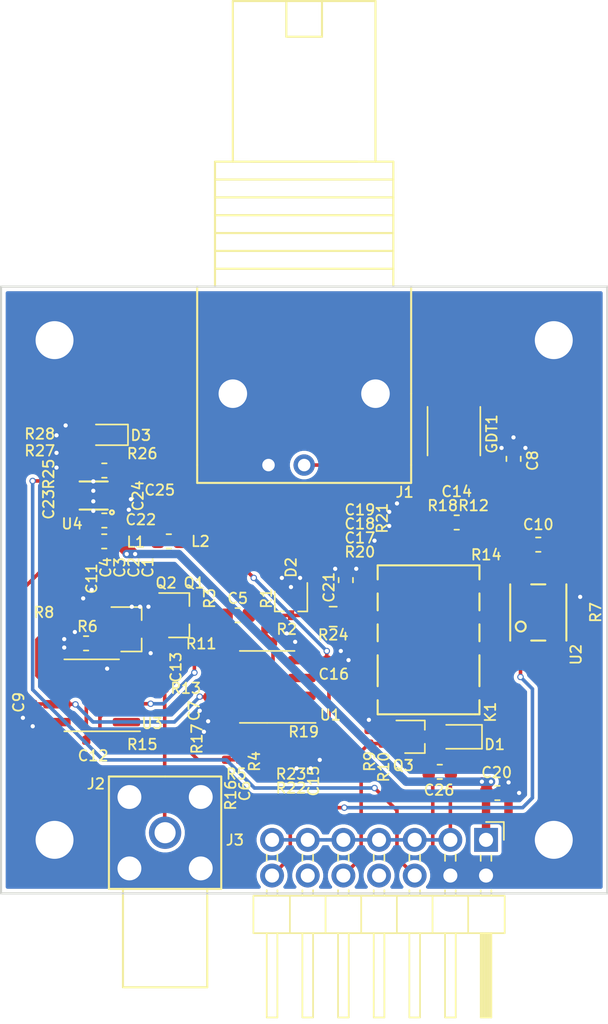
<source format=kicad_pcb>
(kicad_pcb (version 20171130) (host pcbnew "(5.1.5)-3")
  (layers (0 F.Cu signal) (1 In1.Cu signal hide) (2 In2.Cu signal hide) (31 B.Cu signal hide) (35 F.Paste user) (36 B.SilkS user hide) (37 F.SilkS user) (38 B.Mask user hide) (39 F.Mask user) (44 Edge.Cuts user))
  (net 0 "")
  (net 1 GND)
  (net 2 "Net-(C6-Pad1)")
  (net 3 "Net-(C6-Pad2)")
  (net 4 /BUFFER)
  (net 5 VDD)
  (net 6 "Net-(C14-Pad1)")
  (net 7 VSS)
  (net 8 +VUSB)
  (net 9 +5VA)
  (net 10 -5VA)
  (net 11 "Net-(D1-Pad2)")
  (net 12 "Net-(J2-Pad1)")
  (net 13 /CHANNEL_EN)
  (net 14 /DC_CPL_EN)
  (net 15 "Net-(K1-Pad2)")
  (net 16 "Net-(R14-Pad1)")
  (net 17 "Net-(R16-Pad2)")
  (net 18 "Net-(C5-Pad1)")
  (net 19 "Net-(C10-Pad2)")
  (net 20 "Net-(C10-Pad1)")
  (net 21 "Net-(C11-Pad1)")
  (net 22 "Net-(C12-Pad2)")
  (net 23 "Net-(C12-Pad1)")
  (net 24 "Net-(C13-Pad1)")
  (net 25 "Net-(C14-Pad2)")
  (net 26 "Net-(C21-Pad1)")
  (net 27 "Net-(C23-Pad2)")
  (net 28 "Net-(C23-Pad1)")
  (net 29 "Net-(C24-Pad1)")
  (net 30 "Net-(D3-Pad2)")
  (net 31 /-40dB_EN)
  (net 32 "Net-(Q2-Pad2)")
  (net 33 "Net-(Q3-Pad1)")
  (net 34 "Net-(R1-Pad2)")
  (net 35 "Net-(R11-Pad2)")
  (net 36 "Net-(R7-Pad1)")
  (net 37 "Net-(R12-Pad1)")
  (net 38 "Net-(R19-Pad1)")
  (net 39 "Net-(R20-Pad2)")
  (net 40 "Net-(R26-Pad2)")
  (module Resistor_SMD:R_0603_1608Metric (layer F.Cu) (at 117.816 88.886 180)
    (fp_text reference R6 (at -0.1 1.2) (layer F.SilkS) (effects (font (size 0.75 0.75) (thickness 0.127))))
    (fp_text value 50)
    (pad 2 smd roundrect (at 0.7875 0 180) (size 0.875 0.95) (layers F.Cu F.Paste F.Mask) (net 1 GND))
    (pad 1 smd roundrect (at -0.7875 0 180) (size 0.875 0.95) (layers F.Cu F.Paste F.Mask) (net 32 "Net-(Q2-Pad2)"))
  )
  (module Capacitor_SMD:C_0603_1608Metric (layer F.Cu) (at 136.316 84.386 90)
    (fp_text reference C21 (at -0.5135 -1.2 270) (layer F.SilkS) (effects (font (size 0.75 0.75) (thickness 0.127))))
    (fp_text value 3p)
    (pad 2 smd roundrect (at 0.7875 0 90) (size 0.875 0.95) (layers F.Cu F.Paste F.Mask) (net 1 GND))
    (pad 1 smd roundrect (at -0.7875 0 90) (size 0.875 0.95) (layers F.Cu F.Paste F.Mask) (net 26 "Net-(C21-Pad1)"))
  )
  (module Capacitor_SMD:C_0603_1608Metric (layer F.Cu) (at 148.266 75.758 90)
    (fp_text reference C8 (at -0.128 1.35 90) (layer F.SilkS) (effects (font (size 0.75 0.75) (thickness 0.127))))
    (fp_text value 6pF)
    (pad 2 smd roundrect (at 0.7875 0 90) (size 0.875 0.95) (layers F.Cu F.Paste F.Mask) (net 1 GND))
    (pad 1 smd roundrect (at -0.7875 0 90) (size 0.875 0.95) (layers F.Cu F.Paste F.Mask) (net 19 "Net-(C10-Pad2)"))
  )
  (module Package_SO:SOIC-8_3.9x4.9mm_P1.27mm (layer F.Cu) (at 118.216 92.586 180)
    (fp_text reference U3 (at -4.3 -2) (layer F.SilkS) (effects (font (size 0.75 0.75) (thickness 0.127))))
    (fp_text value OP07)
    (pad 8 smd roundrect (at 2.475 -1.905 180) (size 1.95 0.6) (layers F.Cu F.Paste F.Mask))
    (pad 7 smd roundrect (at 2.475 -0.635 180) (size 1.95 0.6) (layers F.Cu F.Paste F.Mask) (net 5 VDD))
    (pad 6 smd roundrect (at 2.475 0.635 180) (size 1.95 0.6) (layers F.Cu F.Paste F.Mask) (net 23 "Net-(C12-Pad1)"))
    (pad 5 smd roundrect (at 2.475 1.905 180) (size 1.95 0.6) (layers F.Cu F.Paste F.Mask))
    (pad 4 smd roundrect (at -2.475 1.905 180) (size 1.95 0.6) (layers F.Cu F.Paste F.Mask) (net 1 GND))
    (pad 3 smd roundrect (at -2.475 0.635 180) (size 1.95 0.6) (layers F.Cu F.Paste F.Mask) (net 24 "Net-(C13-Pad1)"))
    (pad 2 smd roundrect (at -2.475 -0.635 180) (size 1.95 0.6) (layers F.Cu F.Paste F.Mask) (net 22 "Net-(C12-Pad2)"))
    (pad 1 smd roundrect (at -2.475 -1.905 180) (size 1.95 0.6) (layers F.Cu F.Paste F.Mask))
  )
  (module Package_SO:SOIC-8_3.9x4.9mm_P1.27mm (layer F.Cu) (at 130.716 91.986 180)
    (fp_text reference U1 (at -4.5 -2) (layer F.SilkS) (effects (font (size 0.75 0.75) (thickness 0.127))))
    (fp_text value OP07)
    (pad 8 smd roundrect (at 2.475 -1.905 180) (size 1.95 0.6) (layers F.Cu F.Paste F.Mask))
    (pad 7 smd roundrect (at 2.475 -0.635 180) (size 1.95 0.6) (layers F.Cu F.Paste F.Mask) (net 5 VDD))
    (pad 6 smd roundrect (at 2.475 0.635 180) (size 1.95 0.6) (layers F.Cu F.Paste F.Mask) (net 35 "Net-(R11-Pad2)"))
    (pad 5 smd roundrect (at 2.475 1.905 180) (size 1.95 0.6) (layers F.Cu F.Paste F.Mask))
    (pad 4 smd roundrect (at -2.475 1.905 180) (size 1.95 0.6) (layers F.Cu F.Paste F.Mask) (net 7 VSS))
    (pad 3 smd roundrect (at -2.475 0.635 180) (size 1.95 0.6) (layers F.Cu F.Paste F.Mask) (net 34 "Net-(R1-Pad2)"))
    (pad 2 smd roundrect (at -2.475 -0.635 180) (size 1.95 0.6) (layers F.Cu F.Paste F.Mask) (net 2 "Net-(C6-Pad1)"))
    (pad 1 smd roundrect (at -2.475 -1.905 180) (size 1.95 0.6) (layers F.Cu F.Paste F.Mask))
  )
  (module Resistor_SMD:R_0402_1005Metric (layer F.Cu) (at 116.8325 74.0485 180)
    (fp_text reference R28 (at 2.3165 0.0625) (layer F.SilkS) (effects (font (size 0.75 0.75) (thickness 0.127))))
    (fp_text value 1k)
    (pad 2 smd roundrect (at 0.485 0 180) (size 0.59 0.64) (layers F.Cu F.Paste F.Mask) (net 1 GND))
    (pad 1 smd roundrect (at -0.485 0 180) (size 0.59 0.64) (layers F.Cu F.Paste F.Mask) (net 30 "Net-(D3-Pad2)"))
  )
  (module Resistor_SMD:R_0402_1005Metric (layer F.Cu) (at 116.8325 75.3185 180)
    (fp_text reference R27 (at 2.3165 0.1325) (layer F.SilkS) (effects (font (size 0.75 0.75) (thickness 0.127))))
    (fp_text value 100k)
    (pad 2 smd roundrect (at 0.485 0 180) (size 0.59 0.64) (layers F.Cu F.Paste F.Mask) (net 1 GND))
    (pad 1 smd roundrect (at -0.485 0 180) (size 0.59 0.64) (layers F.Cu F.Paste F.Mask) (net 40 "Net-(R26-Pad2)"))
  )
  (module Resistor_SMD:R_0402_1005Metric (layer F.Cu) (at 119.3725 75.3185 180)
    (fp_text reference R26 (at -2.4435 -0.0675) (layer F.SilkS) (effects (font (size 0.75 0.75) (thickness 0.127))))
    (fp_text value 300)
    (pad 2 smd roundrect (at 0.485 0 180) (size 0.59 0.64) (layers F.Cu F.Paste F.Mask) (net 40 "Net-(R26-Pad2)"))
    (pad 1 smd roundrect (at -0.485 0 180) (size 0.59 0.64) (layers F.Cu F.Paste F.Mask) (net 10 -5VA))
  )
  (module Resistor_SMD:R_0402_1005Metric (layer F.Cu) (at 116.3245 76.8425 90)
    (fp_text reference R25 (at 0 -1.17 90) (layer F.SilkS) (effects (font (size 0.75 0.75) (thickness 0.127))))
    (fp_text value 10k)
    (pad 2 smd roundrect (at 0.485 0 90) (size 0.59 0.64) (layers F.Cu F.Paste F.Mask) (net 1 GND))
    (pad 1 smd roundrect (at -0.485 0 90) (size 0.59 0.64) (layers F.Cu F.Paste F.Mask) (net 13 /CHANNEL_EN))
  )
  (module Resistor_SMD:R_0805_2012Metric (layer F.Cu) (at 135.416 86.986)
    (fp_text reference R24 (at 0 1.3) (layer F.SilkS) (effects (font (size 0.75 0.75) (thickness 0.127))))
    (fp_text value 100)
    (pad 2 smd roundrect (at 0.9375 0) (size 0.975 1.4) (layers F.Cu F.Paste F.Mask) (net 26 "Net-(C21-Pad1)"))
    (pad 1 smd roundrect (at -0.9375 0) (size 0.975 1.4) (layers F.Cu F.Paste F.Mask) (net 4 /BUFFER))
  )
  (module Resistor_SMD:R_0402_1005Metric (layer F.Cu) (at 132.316 96.186)
    (fp_text reference R23 (at 0.1 2) (layer F.SilkS) (effects (font (size 0.75 0.75) (thickness 0.127))))
    (fp_text value 1k)
    (pad 2 smd roundrect (at 0.485 0) (size 0.59 0.64) (layers F.Cu F.Paste F.Mask) (net 7 VSS))
    (pad 1 smd roundrect (at -0.485 0) (size 0.59 0.64) (layers F.Cu F.Paste F.Mask) (net 38 "Net-(R19-Pad1)"))
  )
  (module Resistor_SMD:R_0402_1005Metric (layer F.Cu) (at 132.316 97.186 180)
    (fp_text reference R22 (at -0.1 -2) (layer F.SilkS) (effects (font (size 0.75 0.75) (thickness 0.127))))
    (fp_text value 1k)
    (pad 2 smd roundrect (at 0.485 0 180) (size 0.59 0.64) (layers F.Cu F.Paste F.Mask) (net 38 "Net-(R19-Pad1)"))
    (pad 1 smd roundrect (at -0.485 0 180) (size 0.59 0.64) (layers F.Cu F.Paste F.Mask) (net 1 GND))
  )
  (module Resistor_SMD:R_0402_1005Metric (layer F.Cu) (at 138.966 82.036 90)
    (fp_text reference R21 (at 2.056 -0.056 90) (layer F.SilkS) (effects (font (size 0.75 0.75) (thickness 0.127))))
    (fp_text value 10k)
    (pad 2 smd roundrect (at 0.485 0 90) (size 0.59 0.64) (layers F.Cu F.Paste F.Mask) (net 1 GND))
    (pad 1 smd roundrect (at -0.485 0 90) (size 0.59 0.64) (layers F.Cu F.Paste F.Mask) (net 39 "Net-(R20-Pad2)"))
  )
  (module Resistor_SMD:R_0402_1005Metric (layer F.Cu) (at 140.466 82.536 180)
    (fp_text reference R20 (at 3.15 0.15) (layer F.SilkS) (effects (font (size 0.75 0.75) (thickness 0.127))))
    (fp_text value 100)
    (pad 1 smd roundrect (at -0.485 0 180) (size 0.59 0.64) (layers F.Cu F.Paste F.Mask) (net 6 "Net-(C14-Pad1)"))
    (pad 2 smd roundrect (at 0.485 0 180) (size 0.59 0.64) (layers F.Cu F.Paste F.Mask) (net 39 "Net-(R20-Pad2)"))
  )
  (module Resistor_SMD:R_0402_1005Metric (layer F.Cu) (at 131.316 95.186 180)
    (fp_text reference R19 (at -2 0) (layer F.SilkS) (effects (font (size 0.75 0.75) (thickness 0.127))))
    (fp_text value 900K)
    (pad 2 smd roundrect (at 0.485 0 180) (size 0.59 0.64) (layers F.Cu F.Paste F.Mask) (net 2 "Net-(C6-Pad1)"))
    (pad 1 smd roundrect (at -0.485 0 180) (size 0.59 0.64) (layers F.Cu F.Paste F.Mask) (net 38 "Net-(R19-Pad1)"))
  )
  (module Resistor_SMD:R_0402_1005Metric (layer F.Cu) (at 143.216 81.536)
    (fp_text reference R18 (at 0 -2.45) (layer F.SilkS) (effects (font (size 0.75 0.75) (thickness 0.127))))
    (fp_text value 330k)
    (pad 2 smd roundrect (at 0.485 0) (size 0.59 0.64) (layers F.Cu F.Paste F.Mask) (net 16 "Net-(R14-Pad1)"))
    (pad 1 smd roundrect (at -0.485 0) (size 0.59 0.64) (layers F.Cu F.Paste F.Mask) (net 6 "Net-(C14-Pad1)"))
  )
  (module Resistor_SMD:R_0402_1005Metric (layer F.Cu) (at 126.816 95.686 90)
    (fp_text reference R17 (at 0 -1.1 90) (layer F.SilkS) (effects (font (size 0.75 0.75) (thickness 0.127))))
    (fp_text value 15k)
    (pad 2 smd roundrect (at 0.485 0 90) (size 0.59 0.64) (layers F.Cu F.Paste F.Mask) (net 1 GND))
    (pad 1 smd roundrect (at -0.485 0 90) (size 0.59 0.64) (layers F.Cu F.Paste F.Mask) (net 17 "Net-(R16-Pad2)"))
  )
  (module Resistor_SMD:R_0402_1005Metric (layer F.Cu) (at 127.816 96.686 90)
    (fp_text reference R16 (at -3 0.3 90) (layer F.SilkS) (effects (font (size 0.75 0.75) (thickness 0.127))))
    (fp_text value 100K)
    (pad 2 smd roundrect (at 0.485 0 90) (size 0.59 0.64) (layers F.Cu F.Paste F.Mask) (net 17 "Net-(R16-Pad2)"))
    (pad 1 smd roundrect (at -0.485 0 90) (size 0.59 0.64) (layers F.Cu F.Paste F.Mask) (net 2 "Net-(C6-Pad1)"))
  )
  (module Resistor_SMD:R_0402_1005Metric (layer F.Cu) (at 123.916 96.086)
    (fp_text reference R15 (at -2.1 0) (layer F.SilkS) (effects (font (size 0.75 0.75) (thickness 0.127))))
    (fp_text value 900K)
    (pad 2 smd roundrect (at 0.485 0) (size 0.59 0.64) (layers F.Cu F.Paste F.Mask) (net 2 "Net-(C6-Pad1)"))
    (pad 1 smd roundrect (at -0.485 0) (size 0.59 0.64) (layers F.Cu F.Paste F.Mask) (net 12 "Net-(J2-Pad1)"))
  )
  (module Resistor_SMD:R_0402_1005Metric (layer F.Cu) (at 144.216 82.536)
    (fp_text reference R14 (at 2.1 0.05) (layer F.SilkS) (effects (font (size 0.75 0.75) (thickness 0.127))))
    (fp_text value 330k)
    (pad 2 smd roundrect (at 0.485 0) (size 0.59 0.64) (layers F.Cu F.Paste F.Mask) (net 37 "Net-(R12-Pad1)"))
    (pad 1 smd roundrect (at -0.485 0) (size 0.59 0.64) (layers F.Cu F.Paste F.Mask) (net 16 "Net-(R14-Pad1)"))
  )
  (module Resistor_SMD:R_0402_1005Metric (layer F.Cu) (at 122.916 92.086 180)
    (fp_text reference R13 (at -2 0) (layer F.SilkS) (effects (font (size 0.75 0.75) (thickness 0.127))))
    (fp_text value 1M)
    (pad 2 smd roundrect (at 0.485 0 180) (size 0.59 0.64) (layers F.Cu F.Paste F.Mask) (net 24 "Net-(C13-Pad1)"))
    (pad 1 smd roundrect (at -0.485 0 180) (size 0.59 0.64) (layers F.Cu F.Paste F.Mask) (net 12 "Net-(J2-Pad1)"))
  )
  (module Resistor_SMD:R_0402_1005Metric (layer F.Cu) (at 145.216 81.536)
    (fp_text reference R12 (at 0.2 -2.45) (layer F.SilkS) (effects (font (size 0.75 0.75) (thickness 0.127))))
    (fp_text value 330k)
    (pad 2 smd roundrect (at 0.485 0) (size 0.59 0.64) (layers F.Cu F.Paste F.Mask) (net 25 "Net-(C14-Pad2)"))
    (pad 1 smd roundrect (at -0.485 0) (size 0.59 0.64) (layers F.Cu F.Paste F.Mask) (net 37 "Net-(R12-Pad1)"))
  )
  (module Resistor_SMD:R_0402_1005Metric (layer F.Cu) (at 126.016 90.086)
    (fp_text reference R11 (at 0 -1.17) (layer F.SilkS) (effects (font (size 0.75 0.75) (thickness 0.127))))
    (fp_text value 1M)
    (pad 2 smd roundrect (at 0.485 0) (size 0.59 0.64) (layers F.Cu F.Paste F.Mask) (net 35 "Net-(R11-Pad2)"))
    (pad 1 smd roundrect (at -0.485 0) (size 0.59 0.64) (layers F.Cu F.Paste F.Mask) (net 22 "Net-(C12-Pad2)"))
  )
  (module Resistor_SMD:R_0402_1005Metric (layer F.Cu) (at 138.966 95.536 270)
    (fp_text reference R10 (at 2.15 -0.05 90) (layer F.SilkS) (effects (font (size 0.75 0.75) (thickness 0.127))))
    (fp_text value 1k)
    (pad 2 smd roundrect (at 0.485 0 270) (size 0.59 0.64) (layers F.Cu F.Paste F.Mask) (net 31 /-40dB_EN))
    (pad 1 smd roundrect (at -0.485 0 270) (size 0.59 0.64) (layers F.Cu F.Paste F.Mask) (net 33 "Net-(Q3-Pad1)"))
  )
  (module Resistor_SMD:R_0402_1005Metric (layer F.Cu) (at 137.966 95.536 90)
    (fp_text reference R9 (at -1.75 0.05 90) (layer F.SilkS) (effects (font (size 0.75 0.75) (thickness 0.127))))
    (fp_text value 10k)
    (pad 2 smd roundrect (at 0.485 0 90) (size 0.59 0.64) (layers F.Cu F.Paste F.Mask) (net 1 GND))
    (pad 1 smd roundrect (at -0.485 0 90) (size 0.59 0.64) (layers F.Cu F.Paste F.Mask) (net 31 /-40dB_EN))
  )
  (module Resistor_SMD:R_0402_1005Metric (layer F.Cu) (at 116.716 86.686)
    (fp_text reference R8 (at -1.9 0) (layer F.SilkS) (effects (font (size 0.75 0.75) (thickness 0.127))))
    (fp_text value 3k)
    (pad 2 smd roundrect (at 0.485 0) (size 0.59 0.64) (layers F.Cu F.Paste F.Mask) (net 21 "Net-(C11-Pad1)"))
    (pad 1 smd roundrect (at -0.485 0) (size 0.59 0.64) (layers F.Cu F.Paste F.Mask) (net 23 "Net-(C12-Pad1)"))
  )
  (module Resistor_SMD:R_0402_1005Metric (layer F.Cu) (at 153.016 86.686 90)
    (fp_text reference R7 (at 0 1.1 90) (layer F.SilkS) (effects (font (size 0.75 0.75) (thickness 0.127))))
    (fp_text value 1k)
    (pad 2 smd roundrect (at 0.485 0 90) (size 0.59 0.64) (layers F.Cu F.Paste F.Mask) (net 1 GND))
    (pad 1 smd roundrect (at -0.485 0 90) (size 0.59 0.64) (layers F.Cu F.Paste F.Mask) (net 36 "Net-(R7-Pad1)"))
  )
  (module Resistor_SMD:R_0402_1005Metric (layer F.Cu) (at 128.316 95.186 180)
    (fp_text reference R5 (at -0.2 -3) (layer F.SilkS) (effects (font (size 0.75 0.75) (thickness 0.127))))
    (fp_text value 100K)
    (pad 1 smd roundrect (at -0.485 0 180) (size 0.59 0.64) (layers F.Cu F.Paste F.Mask) (net 3 "Net-(C6-Pad2)"))
    (pad 2 smd roundrect (at 0.485 0 180) (size 0.59 0.64) (layers F.Cu F.Paste F.Mask) (net 1 GND))
  )
  (module Resistor_SMD:R_0402_1005Metric (layer F.Cu) (at 129.816 95.686 270)
    (fp_text reference R4 (at 1.6 0 90) (layer F.SilkS) (effects (font (size 0.75 0.75) (thickness 0.127))))
    (fp_text value 900K)
    (pad 2 smd roundrect (at 0.485 0 270) (size 0.59 0.64) (layers F.Cu F.Paste F.Mask) (net 3 "Net-(C6-Pad2)"))
    (pad 1 smd roundrect (at -0.485 0 270) (size 0.59 0.64) (layers F.Cu F.Paste F.Mask) (net 35 "Net-(R11-Pad2)"))
  )
  (module Resistor_SMD:R_0402_1005Metric (layer F.Cu) (at 126.616 87.386 270)
    (fp_text reference R3 (at -1.7 0 90) (layer F.SilkS) (effects (font (size 0.75 0.75) (thickness 0.127))))
    (fp_text value 1M)
    (pad 2 smd roundrect (at 0.485 0 270) (size 0.59 0.64) (layers F.Cu F.Paste F.Mask) (net 35 "Net-(R11-Pad2)"))
    (pad 1 smd roundrect (at -0.485 0 270) (size 0.59 0.64) (layers F.Cu F.Paste F.Mask) (net 18 "Net-(C5-Pad1)"))
  )
  (module Resistor_SMD:R_0402_1005Metric (layer F.Cu) (at 131.616 88.786)
    (fp_text reference R2 (at 0.494 -0.9) (layer F.SilkS) (effects (font (size 0.75 0.75) (thickness 0.127))))
    (fp_text value 100K)
    (pad 2 smd roundrect (at 0.485 0) (size 0.59 0.64) (layers F.Cu F.Paste F.Mask) (net 1 GND))
    (pad 1 smd roundrect (at -0.485 0) (size 0.59 0.64) (layers F.Cu F.Paste F.Mask) (net 34 "Net-(R1-Pad2)"))
  )
  (module Resistor_SMD:R_0402_1005Metric (layer F.Cu) (at 130.616 87.386 270)
    (fp_text reference R1 (at -1.7 -0.05 90) (layer F.SilkS) (effects (font (size 0.75 0.75) (thickness 0.127))))
    (fp_text value 900K)
    (pad 2 smd roundrect (at 0.485 0 270) (size 0.59 0.64) (layers F.Cu F.Paste F.Mask) (net 34 "Net-(R1-Pad2)"))
    (pad 1 smd roundrect (at -0.485 0 270) (size 0.59 0.64) (layers F.Cu F.Paste F.Mask) (net 4 /BUFFER))
  )
  (module Package_TO_SOT_SMD:SOT-323_SC-70 (layer F.Cu) (at 141.216 95.536)
    (fp_text reference Q3 (at -0.806 2.044) (layer F.SilkS) (effects (font (size 0.75 0.75) (thickness 0.127))))
    (fp_text value DMN62D0UW)
    (pad 3 smd rect (at 1 0 270) (size 0.45 0.7) (layers F.Cu F.Paste F.Mask) (net 11 "Net-(D1-Pad2)"))
    (pad 2 smd rect (at -1 0.65 270) (size 0.45 0.7) (layers F.Cu F.Paste F.Mask) (net 1 GND))
    (pad 1 smd rect (at -1 -0.65 270) (size 0.45 0.7) (layers F.Cu F.Paste F.Mask) (net 33 "Net-(Q3-Pad1)"))
  )
  (module Resistor_SMD:R_0603_1608Metric (layer F.Cu) (at 123.71 81.63)
    (fp_text reference L2 (at 2.25 0) (layer F.SilkS) (effects (font (size 0.75 0.75) (thickness 0.127))))
    (fp_text value Ferrite_Bead_Small)
    (pad 2 smd roundrect (at 0.7875 0) (size 0.875 0.95) (layers F.Cu F.Paste F.Mask) (net 7 VSS))
    (pad 1 smd roundrect (at -0.7875 0) (size 0.875 0.95) (layers F.Cu F.Paste F.Mask) (net 10 -5VA))
  )
  (module Resistor_SMD:R_0603_1608Metric (layer F.Cu) (at 119.11 81.63 180)
    (fp_text reference L1 (at -2.25 -0.05) (layer F.SilkS) (effects (font (size 0.75 0.75) (thickness 0.127))))
    (fp_text value Ferrite_Bead_Small)
    (pad 2 smd roundrect (at 0.7875 0 180) (size 0.875 0.95) (layers F.Cu F.Paste F.Mask) (net 5 VDD))
    (pad 1 smd roundrect (at -0.7875 0 180) (size 0.875 0.95) (layers F.Cu F.Paste F.Mask) (net 9 +5VA))
  )
  (module DSO:FTR-B3G (layer F.Cu) (at 142.216 87.036 90)
    (fp_text reference K1 (at -6.75 4.4 90) (layer F.SilkS) (effects (font (size 0.75 0.75) (thickness 0.127))))
    (fp_text value FTR-B3GA)
    (pad 2 smd rect (at -2.2 3.32 90) (size 0.8 2.56) (layers F.Cu F.Paste F.Mask) (net 15 "Net-(K1-Pad2)"))
    (pad 7 smd rect (at -2.2 -3.32 90) (size 0.8 2.56) (layers F.Cu F.Paste F.Mask) (net 15 "Net-(K1-Pad2)"))
    (pad 3 smd rect (at 0 3.32 90) (size 0.8 2.56) (layers F.Cu F.Paste F.Mask) (net 20 "Net-(C10-Pad1)"))
    (pad 4 smd rect (at 2.2 3.32 90) (size 0.8 2.56) (layers F.Cu F.Paste F.Mask) (net 25 "Net-(C14-Pad2)"))
    (pad 6 smd rect (at 0 -3.32 90) (size 0.8 2.56) (layers F.Cu F.Paste F.Mask) (net 26 "Net-(C21-Pad1)"))
    (pad 5 smd rect (at 2.2 -3.32 90) (size 0.8 2.56) (layers F.Cu F.Paste F.Mask) (net 6 "Net-(C14-Pad1)"))
    (pad 1 smd rect (at -5.4 3.32 90) (size 0.8 2.56) (layers F.Cu F.Paste F.Mask) (net 8 +VUSB))
    (pad 8 smd rect (at -5.4 -3.32 90) (size 0.8 2.56) (layers F.Cu F.Paste F.Mask) (net 11 "Net-(D1-Pad2)"))
  )
  (module Diode_SMD:D_0603_1608Metric (layer F.Cu) (at 119.316 74.0485 180)
    (fp_text reference D3 (at -2.4 -0.0375) (layer F.SilkS) (effects (font (size 0.75 0.75) (thickness 0.127))))
    (fp_text value LED)
    (pad 2 smd roundrect (at 0.7875 0 180) (size 0.875 0.95) (layers F.Cu F.Paste F.Mask) (net 30 "Net-(D3-Pad2)"))
    (pad 1 smd roundrect (at -0.7875 0 180) (size 0.875 0.95) (layers F.Cu F.Paste F.Mask) (net 10 -5VA))
  )
  (module Diode_SMD:D_SOD-323 (layer F.Cu) (at 144.516 95.536 180)
    (fp_text reference D1 (at -2.4 -0.55) (layer F.SilkS) (effects (font (size 0.75 0.75) (thickness 0.127))))
    (fp_text value 1N4148)
    (pad 2 smd rect (at 1.05 0 180) (size 0.6 0.45) (layers F.Cu F.Paste F.Mask) (net 11 "Net-(D1-Pad2)"))
    (pad 1 smd rect (at -1.05 0 180) (size 0.6 0.45) (layers F.Cu F.Paste F.Mask) (net 8 +VUSB))
  )
  (module Capacitor_SMD:C_0603_1608Metric (layer F.Cu) (at 143.01 98.03 180)
    (fp_text reference C26 (at 0.05 -1.3) (layer F.SilkS) (effects (font (size 0.75 0.75) (thickness 0.127))))
    (fp_text value 10uF)
    (pad 2 smd roundrect (at 0.7875 0 180) (size 0.875 0.95) (layers F.Cu F.Paste F.Mask) (net 1 GND))
    (pad 1 smd roundrect (at -0.7875 0 180) (size 0.875 0.95) (layers F.Cu F.Paste F.Mask) (net 8 +VUSB))
  )
  (module Capacitor_SMD:C_0603_1608Metric (layer F.Cu) (at 119.1185 76.5885 180)
    (fp_text reference C25 (at -3.9415 -1.3915) (layer F.SilkS) (effects (font (size 0.75 0.75) (thickness 0.127))))
    (fp_text value 10uF)
    (pad 2 smd roundrect (at 0.7875 0 180) (size 0.875 0.95) (layers F.Cu F.Paste F.Mask) (net 1 GND))
    (pad 1 smd roundrect (at -0.7875 0 180) (size 0.875 0.95) (layers F.Cu F.Paste F.Mask) (net 10 -5VA))
  )
  (module Capacitor_SMD:C_0402_1005Metric (layer F.Cu) (at 120.3885 78.3665 270)
    (fp_text reference C24 (at 0.0195 -1.1275 90) (layer F.SilkS) (effects (font (size 0.75 0.75) (thickness 0.127))))
    (fp_text value 4.7uF)
    (pad 2 smd roundrect (at 0.485 0 270) (size 0.59 0.64) (layers F.Cu F.Paste F.Mask) (net 1 GND))
    (pad 1 smd roundrect (at -0.485 0 270) (size 0.59 0.64) (layers F.Cu F.Paste F.Mask) (net 29 "Net-(C24-Pad1)"))
  )
  (module Capacitor_SMD:C_0402_1005Metric (layer F.Cu) (at 116.3245 78.8745 90)
    (fp_text reference C23 (at -0.1115 -1.17 90) (layer F.SilkS) (effects (font (size 0.75 0.75) (thickness 0.127))))
    (fp_text value 1uF)
    (pad 2 smd roundrect (at 0.485 0 90) (size 0.59 0.64) (layers F.Cu F.Paste F.Mask) (net 27 "Net-(C23-Pad2)"))
    (pad 1 smd roundrect (at -0.485 0 90) (size 0.59 0.64) (layers F.Cu F.Paste F.Mask) (net 28 "Net-(C23-Pad1)"))
  )
  (module Capacitor_SMD:C_0603_1608Metric (layer F.Cu) (at 119.1185 80.1445 180)
    (fp_text reference C22 (at -2.5975 0.0585) (layer F.SilkS) (effects (font (size 0.75 0.75) (thickness 0.127))))
    (fp_text value 10uF)
    (pad 2 smd roundrect (at 0.7875 0 180) (size 0.875 0.95) (layers F.Cu F.Paste F.Mask) (net 1 GND))
    (pad 1 smd roundrect (at -0.7875 0 180) (size 0.875 0.95) (layers F.Cu F.Paste F.Mask) (net 9 +5VA))
  )
  (module Capacitor_SMD:C_0603_1608Metric (layer F.Cu) (at 147.116 99.536)
    (fp_text reference C20 (at -0.056 -1.456) (layer F.SilkS) (effects (font (size 0.75 0.75) (thickness 0.127))))
    (fp_text value 10uF)
    (pad 2 smd roundrect (at 0.7875 0) (size 0.875 0.95) (layers F.Cu F.Paste F.Mask) (net 1 GND))
    (pad 1 smd roundrect (at -0.7875 0) (size 0.875 0.95) (layers F.Cu F.Paste F.Mask) (net 9 +5VA))
  )
  (module Capacitor_SMD:C_0402_1005Metric (layer F.Cu) (at 140.466 79.536 180)
    (fp_text reference C19 (at 3.15 0.15) (layer F.SilkS) (effects (font (size 0.75 0.75) (thickness 0.127))))
    (fp_text value DNP)
    (pad 2 smd roundrect (at 0.485 0 180) (size 0.59 0.64) (layers F.Cu F.Paste F.Mask) (net 1 GND))
    (pad 1 smd roundrect (at -0.485 0 180) (size 0.59 0.64) (layers F.Cu F.Paste F.Mask) (net 6 "Net-(C14-Pad1)"))
  )
  (module Capacitor_SMD:C_0402_1005Metric (layer F.Cu) (at 140.466 80.536 180)
    (fp_text reference C18 (at 3.15 0.15) (layer F.SilkS) (effects (font (size 0.75 0.75) (thickness 0.127))))
    (fp_text value 390p)
    (pad 2 smd roundrect (at 0.485 0 180) (size 0.59 0.64) (layers F.Cu F.Paste F.Mask) (net 1 GND))
    (pad 1 smd roundrect (at -0.485 0 180) (size 0.59 0.64) (layers F.Cu F.Paste F.Mask) (net 6 "Net-(C14-Pad1)"))
  )
  (module Capacitor_SMD:C_0402_1005Metric (layer F.Cu) (at 140.466 81.536 180)
    (fp_text reference C17 (at 3.15 0.15) (layer F.SilkS) (effects (font (size 0.75 0.75) (thickness 0.127))))
    (fp_text value 390p)
    (pad 2 smd roundrect (at 0.485 0 180) (size 0.59 0.64) (layers F.Cu F.Paste F.Mask) (net 1 GND))
    (pad 1 smd roundrect (at -0.485 0 180) (size 0.59 0.64) (layers F.Cu F.Paste F.Mask) (net 6 "Net-(C14-Pad1)"))
  )
  (module Capacitor_SMD:C_0402_1005Metric (layer F.Cu) (at 135.46 90.08)
    (fp_text reference C16 (at 0 1) (layer F.SilkS) (effects (font (size 0.75 0.75) (thickness 0.127))))
    (fp_text value 0.1uF)
    (pad 1 smd roundrect (at -0.485 0) (size 0.59 0.64) (layers F.Cu F.Paste F.Mask) (net 7 VSS))
    (pad 2 smd roundrect (at 0.485 0) (size 0.59 0.64) (layers F.Cu F.Paste F.Mask) (net 1 GND))
  )
  (module Capacitor_SMD:C_0402_1005Metric (layer F.Cu) (at 133.816 96.686 270)
    (fp_text reference C15 (at 2 -0.2 90) (layer F.SilkS) (effects (font (size 0.75 0.75) (thickness 0.127))))
    (fp_text value 0.1uF)
    (pad 2 smd roundrect (at 0.485 0 270) (size 0.59 0.64) (layers F.Cu F.Paste F.Mask) (net 1 GND))
    (pad 1 smd roundrect (at -0.485 0 270) (size 0.59 0.64) (layers F.Cu F.Paste F.Mask) (net 7 VSS))
  )
  (module Capacitor_SMD:C_0603_1608Metric (layer F.Cu) (at 144.216 80.286)
    (fp_text reference C14 (at 0 -2.2) (layer F.SilkS) (effects (font (size 0.75 0.75) (thickness 0.127))))
    (fp_text value 8p)
    (pad 2 smd roundrect (at 0.7875 0) (size 0.875 0.95) (layers F.Cu F.Paste F.Mask) (net 25 "Net-(C14-Pad2)"))
    (pad 1 smd roundrect (at -0.7875 0) (size 0.875 0.95) (layers F.Cu F.Paste F.Mask) (net 6 "Net-(C14-Pad1)"))
  )
  (module Capacitor_SMD:C_0402_1005Metric (layer F.Cu) (at 122.416 90.686 90)
    (fp_text reference C13 (at 0.1 1.8 90) (layer F.SilkS) (effects (font (size 0.75 0.75) (thickness 0.127))))
    (fp_text value 1u)
    (pad 2 smd roundrect (at 0.485 0 90) (size 0.59 0.64) (layers F.Cu F.Paste F.Mask) (net 1 GND))
    (pad 1 smd roundrect (at -0.485 0 90) (size 0.59 0.64) (layers F.Cu F.Paste F.Mask) (net 24 "Net-(C13-Pad1)"))
  )
  (module Capacitor_SMD:C_0402_1005Metric (layer F.Cu) (at 118.316 95.786)
    (fp_text reference C12 (at 0 1.1) (layer F.SilkS) (effects (font (size 0.75 0.75) (thickness 0.127))))
    (fp_text value 1u)
    (pad 2 smd roundrect (at 0.485 0) (size 0.59 0.64) (layers F.Cu F.Paste F.Mask) (net 22 "Net-(C12-Pad2)"))
    (pad 1 smd roundrect (at -0.485 0) (size 0.59 0.64) (layers F.Cu F.Paste F.Mask) (net 23 "Net-(C12-Pad1)"))
  )
  (module Capacitor_SMD:C_0402_1005Metric (layer F.Cu) (at 118.216 86.186 90)
    (fp_text reference C11 (at 1.9 0 90) (layer F.SilkS) (effects (font (size 0.75 0.75) (thickness 0.127))))
    (fp_text value 330p)
    (pad 2 smd roundrect (at 0.485 0 90) (size 0.59 0.64) (layers F.Cu F.Paste F.Mask) (net 1 GND))
    (pad 1 smd roundrect (at -0.485 0 90) (size 0.59 0.64) (layers F.Cu F.Paste F.Mask) (net 21 "Net-(C11-Pad1)"))
  )
  (module Capacitor_SMD:C_0603_1608Metric (layer F.Cu) (at 150.027 81.863)
    (fp_text reference C10 (at 0 -1.43) (layer F.SilkS) (effects (font (size 0.75 0.75) (thickness 0.127))))
    (fp_text value 22n)
    (pad 2 smd roundrect (at 0.7875 0) (size 0.875 0.95) (layers F.Cu F.Paste F.Mask) (net 19 "Net-(C10-Pad2)"))
    (pad 1 smd roundrect (at -0.7875 0) (size 0.875 0.95) (layers F.Cu F.Paste F.Mask) (net 20 "Net-(C10-Pad1)"))
  )
  (module Capacitor_SMD:C_0402_1005Metric (layer F.Cu) (at 114.016 93.686 270)
    (fp_text reference C9 (at -0.6 1 90) (layer F.SilkS) (effects (font (size 0.75 0.75) (thickness 0.127))))
    (fp_text value 0.1uF)
    (pad 2 smd roundrect (at 0.485 0 270) (size 0.59 0.64) (layers F.Cu F.Paste F.Mask) (net 1 GND))
    (pad 1 smd roundrect (at -0.485 0 270) (size 0.59 0.64) (layers F.Cu F.Paste F.Mask) (net 5 VDD))
  )
  (module Capacitor_SMD:C_0402_1005Metric (layer F.Cu) (at 126.516 93.186 270)
    (fp_text reference C7 (at 0.5 1 90) (layer F.SilkS) (effects (font (size 0.75 0.75) (thickness 0.127))))
    (fp_text value 0.1uF)
    (pad 2 smd roundrect (at 0.485 0 270) (size 0.59 0.64) (layers F.Cu F.Paste F.Mask) (net 1 GND))
    (pad 1 smd roundrect (at -0.485 0 270) (size 0.59 0.64) (layers F.Cu F.Paste F.Mask) (net 5 VDD))
  )
  (module Capacitor_SMD:C_0402_1005Metric (layer F.Cu) (at 128.816 96.686 90)
    (fp_text reference C6 (at -2.7 0.3 90) (layer F.SilkS) (effects (font (size 0.75 0.75) (thickness 0.127))))
    (fp_text value 100n)
    (pad 2 smd roundrect (at 0.485 0 90) (size 0.59 0.64) (layers F.Cu F.Paste F.Mask) (net 3 "Net-(C6-Pad2)"))
    (pad 1 smd roundrect (at -0.485 0 90) (size 0.59 0.64) (layers F.Cu F.Paste F.Mask) (net 2 "Net-(C6-Pad1)"))
  )
  (module Capacitor_SMD:C_0603_1608Metric (layer F.Cu) (at 128.616 86.886)
    (fp_text reference C5 (at 0 -1.2) (layer F.SilkS) (effects (font (size 0.75 0.75) (thickness 0.127))))
    (fp_text value 22n)
    (pad 2 smd roundrect (at 0.7875 0) (size 0.875 0.95) (layers F.Cu F.Paste F.Mask) (net 4 /BUFFER))
    (pad 1 smd roundrect (at -0.7875 0) (size 0.875 0.95) (layers F.Cu F.Paste F.Mask) (net 18 "Net-(C5-Pad1)"))
  )
  (module Capacitor_SMD:C_0402_1005Metric (layer F.Cu) (at 119.216 85.186 270)
    (fp_text reference C4 (at -1.7 0 90) (layer F.SilkS) (effects (font (size 0.75 0.75) (thickness 0.127))))
    (fp_text value 100n)
    (pad 2 smd roundrect (at 0.485 0 270) (size 0.59 0.64) (layers F.Cu F.Paste F.Mask) (net 1 GND))
    (pad 1 smd roundrect (at -0.485 0 270) (size 0.59 0.64) (layers F.Cu F.Paste F.Mask) (net 5 VDD))
  )
  (module Capacitor_SMD:C_0402_1005Metric (layer F.Cu) (at 120.216 85.186 270)
    (fp_text reference C3 (at -1.7 0 90) (layer F.SilkS) (effects (font (size 0.75 0.75) (thickness 0.127))))
    (fp_text value 10n)
    (pad 2 smd roundrect (at 0.485 0 270) (size 0.59 0.64) (layers F.Cu F.Paste F.Mask) (net 1 GND))
    (pad 1 smd roundrect (at -0.485 0 270) (size 0.59 0.64) (layers F.Cu F.Paste F.Mask) (net 5 VDD))
  )
  (module Capacitor_SMD:C_0402_1005Metric (layer F.Cu) (at 121.216 85.186 270)
    (fp_text reference C2 (at -1.7 0 90) (layer F.SilkS) (effects (font (size 0.75 0.75) (thickness 0.127))))
    (fp_text value 1n)
    (pad 2 smd roundrect (at 0.485 0 270) (size 0.59 0.64) (layers F.Cu F.Paste F.Mask) (net 1 GND))
    (pad 1 smd roundrect (at -0.485 0 270) (size 0.59 0.64) (layers F.Cu F.Paste F.Mask) (net 5 VDD))
  )
  (module Capacitor_SMD:C_0402_1005Metric (layer F.Cu) (at 122.216 85.186 270)
    (fp_text reference C1 (at -1.7 0 90) (layer F.SilkS) (effects (font (size 0.75 0.75) (thickness 0.127))))
    (fp_text value 100p)
    (pad 2 smd roundrect (at 0.485 0 270) (size 0.59 0.64) (layers F.Cu F.Paste F.Mask) (net 1 GND))
    (pad 1 smd roundrect (at -0.485 0 270) (size 0.59 0.64) (layers F.Cu F.Paste F.Mask) (net 5 VDD))
  )
  (module TO_SOT_Packages_SMD:SOT-23 (layer F.Cu) (at 121.016 87.886)
    (fp_text reference Q2 (at 2.5 -3.3 180) (layer F.SilkS) (effects (font (size 0.75 0.75) (thickness 0.127))))
    (fp_text value 2N3904)
    (pad 1 smd rect (at -1 -0.95) (size 0.9 0.8) (layers F.Cu F.Paste F.Mask) (net 21 "Net-(C11-Pad1)"))
    (pad 2 smd rect (at -1 0.95) (size 0.9 0.8) (layers F.Cu F.Paste F.Mask) (net 32 "Net-(Q2-Pad2)"))
    (pad 3 smd rect (at 1 0) (size 0.9 0.8) (layers F.Cu F.Paste F.Mask) (net 12 "Net-(J2-Pad1)"))
  )
  (module DSO:TI-DSG8 (layer F.Cu) (at 118.3565 78.3665 180)
    (fp_text reference U4 (at 1.5405 -2.0195 180) (layer F.SilkS) (effects (font (size 0.75 0.75) (thickness 0.127))))
    (fp_text value LM27761)
    (pad 1 smd rect (at -0.95 -0.75 180) (size 0.5 0.25) (layers F.Cu F.Paste F.Mask) (net 9 +5VA))
    (pad 2 smd rect (at -0.95 -0.25 180) (size 0.5 0.25) (layers F.Cu F.Paste F.Mask) (net 1 GND))
    (pad 3 smd rect (at -0.95 0.25 180) (size 0.5 0.25) (layers F.Cu F.Paste F.Mask) (net 29 "Net-(C24-Pad1)"))
    (pad 4 smd rect (at -0.95 0.75 180) (size 0.5 0.25) (layers F.Cu F.Paste F.Mask) (net 10 -5VA))
    (pad 5 smd rect (at 0.95 0.75 180) (size 0.5 0.25) (layers F.Cu F.Paste F.Mask) (net 40 "Net-(R26-Pad2)"))
    (pad 6 smd rect (at 0.95 0.25 180) (size 0.5 0.25) (layers F.Cu F.Paste F.Mask) (net 13 /CHANNEL_EN))
    (pad 7 smd rect (at 0.95 -0.25 180) (size 0.5 0.25) (layers F.Cu F.Paste F.Mask) (net 27 "Net-(C23-Pad2)"))
    (pad 8 smd rect (at 0.95 -0.75 180) (size 0.5 0.25) (layers F.Cu F.Paste F.Mask) (net 28 "Net-(C23-Pad1)"))
    (pad 9 smd rect (at 0 0 180) (size 0.9 1.6) (layers F.Cu F.Paste F.Mask) (net 1 GND))
  )
  (module TO_SOT_Packages_SMD:SOT-323_SC-70 (layer F.Cu) (at 132.416 85.886 270)
    (fp_text reference D2 (at -2.4 0 270) (layer F.SilkS) (effects (font (size 0.75 0.75) (thickness 0.127))))
    (fp_text value BAV99)
    (pad 1 smd rect (at -1 -0.65 180) (size 0.45 0.7) (layers F.Cu F.Paste F.Mask) (net 1 GND))
    (pad 2 smd rect (at -1 0.65 180) (size 0.45 0.7) (layers F.Cu F.Paste F.Mask) (net 1 GND))
    (pad 3 smd rect (at 1 0 180) (size 0.45 0.7) (layers F.Cu F.Paste F.Mask) (net 4 /BUFFER))
  )
  (module Resistors_SMD:R_1812 (layer F.Cu) (at 144.018 73.787 90)
    (fp_text reference GDT1 (at -0.199 2.698 90) (layer F.SilkS) (effects (font (size 0.75 0.75) (thickness 0.127))))
    (fp_text value GDT)
    (pad 1 smd rect (at -2.44 0 90) (size 1.6 3.5) (layers F.Cu F.Paste F.Mask) (net 19 "Net-(C10-Pad2)"))
    (pad 2 smd rect (at 2.44 0 90) (size 1.6 3.5) (layers F.Cu F.Paste F.Mask) (net 1 GND))
  )
  (module DSO:BNC (layer F.Cu) (at 133.35 73.66)
    (fp_text reference J1 (at 7.16 4.47) (layer F.SilkS) (effects (font (size 0.75 0.75) (thickness 0.127))))
    (fp_text value BNC)
    (pad 2 thru_hole circle (at -5.08 -2.54) (size 3.048 3.048) (drill 2.032) (layers *.Cu *.Mask) (net 1 GND))
    (pad 2 thru_hole circle (at 5.08 -2.54) (size 3.048 3.048) (drill 2.032) (layers *.Cu *.Mask) (net 1 GND))
    (pad 1 thru_hole circle (at 0 2.54) (size 1.524 1.524) (drill 0.889) (layers *.Cu *.Mask) (net 19 "Net-(C10-Pad2)"))
    (pad 2 thru_hole circle (at -2.54 2.54) (size 1.524 1.524) (drill 0.889) (layers *.Cu *.Mask) (net 1 GND))
  )
  (module DSO:SMA (layer F.Cu) (at 123.444 102.362 180)
    (fp_text reference J2 (at 4.928 3.476 180) (layer F.SilkS) (effects (font (size 0.75 0.75) (thickness 0.127))))
    (fp_text value SMA)
    (pad 2 thru_hole circle (at -2.54 2.54 180) (size 2.6 2.6) (drill 1.7) (layers *.Cu *.Mask) (net 1 GND))
    (pad 2 thru_hole circle (at 2.54 2.54 180) (size 2.6 2.6) (drill 1.7) (layers *.Cu *.Mask) (net 1 GND))
    (pad 2 thru_hole circle (at 2.54 -2.54 180) (size 2.6 2.6) (drill 1.7) (layers *.Cu *.Mask) (net 1 GND))
    (pad 1 thru_hole circle (at 0 0 180) (size 2.3 2.3) (drill 1.5) (layers *.Cu *.Mask) (net 12 "Net-(J2-Pad1)"))
    (pad 2 thru_hole circle (at -2.54 -2.54 180) (size 2.6 2.6) (drill 1.7) (layers *.Cu *.Mask) (net 1 GND))
  )
  (module Pin_Headers:Pin_Header_Angled_2x07_Pitch2.54mm (layer F.Cu) (at 146.304 102.87 270)
    (fp_text reference J3 (at 0.016 17.888) (layer F.SilkS) (effects (font (size 0.75 0.75) (thickness 0.127))))
    (fp_text value Conn_02x07_Odd_Even)
    (pad 1 thru_hole rect (at 0 0 270) (size 1.7 1.7) (drill 1) (layers *.Cu *.Mask) (net 9 +5VA))
    (pad 2 thru_hole oval (at 2.54 0 270) (size 1.7 1.7) (drill 1) (layers *.Cu *.Mask) (net 1 GND))
    (pad 3 thru_hole oval (at 0 2.54 270) (size 1.7 1.7) (drill 1) (layers *.Cu *.Mask) (net 8 +VUSB))
    (pad 4 thru_hole oval (at 2.54 2.54 270) (size 1.7 1.7) (drill 1) (layers *.Cu *.Mask) (net 1 GND))
    (pad 5 thru_hole oval (at 0 5.08 270) (size 1.7 1.7) (drill 1) (layers *.Cu *.Mask) (net 8 +VUSB))
    (pad 6 thru_hole oval (at 2.54 5.08 270) (size 1.7 1.7) (drill 1) (layers *.Cu *.Mask) (net 13 /CHANNEL_EN))
    (pad 7 thru_hole oval (at 0 7.62 270) (size 1.7 1.7) (drill 1) (layers *.Cu *.Mask) (net 8 +VUSB))
    (pad 8 thru_hole oval (at 2.54 7.62 270) (size 1.7 1.7) (drill 1) (layers *.Cu *.Mask))
    (pad 9 thru_hole oval (at 0 10.16 270) (size 1.7 1.7) (drill 1) (layers *.Cu *.Mask) (net 8 +VUSB))
    (pad 10 thru_hole oval (at 2.54 10.16 270) (size 1.7 1.7) (drill 1) (layers *.Cu *.Mask) (net 31 /-40dB_EN))
    (pad 11 thru_hole oval (at 0 12.7 270) (size 1.7 1.7) (drill 1) (layers *.Cu *.Mask) (net 8 +VUSB))
    (pad 12 thru_hole oval (at 2.54 12.7 270) (size 1.7 1.7) (drill 1) (layers *.Cu *.Mask))
    (pad 13 thru_hole oval (at 0 15.24 270) (size 1.7 1.7) (drill 1) (layers *.Cu *.Mask) (net 8 +VUSB))
    (pad 14 thru_hole oval (at 2.54 15.24 270) (size 1.7 1.7) (drill 1) (layers *.Cu *.Mask) (net 14 /DC_CPL_EN))
  )
  (module Mounting_Holes:MountingHole_2.7mm_M2.5_ISO14580_Pad (layer F.Cu) (at 115.57 67.31)
    (fp_text reference MH1 hide)
    (fp_text value "Mounting Hole")
    (pad 1 thru_hole circle (at 0 0) (size 4.5 4.5) (drill 2.7) (layers *.Cu *.Mask) (net 1 GND))
  )
  (module Mounting_Holes:MountingHole_2.7mm_M2.5_ISO14580_Pad (layer F.Cu) (at 151.13 67.31)
    (fp_text reference MH2 hide)
    (fp_text value "Mounting Hole")
    (pad 1 thru_hole circle (at 0 0) (size 4.5 4.5) (drill 2.7) (layers *.Cu *.Mask) (net 1 GND))
  )
  (module Mounting_Holes:MountingHole_2.7mm_M2.5_ISO14580_Pad (layer F.Cu) (at 115.57 102.87)
    (fp_text reference MH3 hide)
    (fp_text value "Mounting Hole")
    (pad 1 thru_hole circle (at 0 0) (size 4.5 4.5) (drill 2.7) (layers *.Cu *.Mask) (net 1 GND))
  )
  (module Mounting_Holes:MountingHole_2.7mm_M2.5_ISO14580_Pad (layer F.Cu) (at 151.13 102.87)
    (fp_text reference MH4 hide)
    (fp_text value "Mounting Hole")
    (pad 1 thru_hole circle (at 0 0) (size 4.5 4.5) (drill 2.7) (layers *.Cu *.Mask) (net 1 GND))
  )
  (module TO_SOT_Packages_SMD:SOT-23 (layer F.Cu) (at 124.416 86.886)
    (fp_text reference Q1 (at 1.1 -2.3) (layer F.SilkS) (effects (font (size 0.75 0.75) (thickness 0.127))))
    (fp_text value CPH3910)
    (pad 1 smd rect (at -1 -0.95) (size 0.9 0.8) (layers F.Cu F.Paste F.Mask) (net 5 VDD))
    (pad 2 smd rect (at -1 0.95) (size 0.9 0.8) (layers F.Cu F.Paste F.Mask) (net 12 "Net-(J2-Pad1)"))
    (pad 3 smd rect (at 1 0) (size 0.9 0.8) (layers F.Cu F.Paste F.Mask) (net 18 "Net-(C5-Pad1)"))
  )
  (module DSO:4-SOP (layer F.Cu) (at 150.027 86.689)
    (fp_text reference U2 (at 2.689 2.997 90) (layer F.SilkS) (effects (font (size 0.75 0.75) (thickness 0.127))))
    (fp_text value CPC1014)
    (pad 1 smd oval (at -1.27 2.75) (size 0.55 2.45) (layers F.Cu F.Paste F.Mask) (net 14 /DC_CPL_EN))
    (pad 2 smd oval (at 1.27 2.75) (size 0.55 2.45) (layers F.Cu F.Paste F.Mask) (net 36 "Net-(R7-Pad1)"))
    (pad 3 smd oval (at 1.27 -2.75) (size 0.55 2.45) (layers F.Cu F.Paste F.Mask) (net 19 "Net-(C10-Pad2)"))
    (pad 4 smd oval (at -1.27 -2.75) (size 0.55 2.45) (layers F.Cu F.Paste F.Mask) (net 20 "Net-(C10-Pad1)"))
  )
  (gr_line (start 111.76 63.5) (end 154.94 63.5) (angle 90) (layer Edge.Cuts) (width 0.15))
  (gr_line (start 111.76 106.68) (end 111.76 63.5) (angle 90) (layer Edge.Cuts) (width 0.15))
  (gr_line (start 154.94 106.68) (end 111.76 106.68) (angle 90) (layer Edge.Cuts) (width 0.15))
  (gr_line (start 154.94 63.5) (end 154.94 106.68) (angle 90) (layer Edge.Cuts) (width 0.15))
  (segment (start 114.016 94.171) (end 114.201 94.171) (width 0.254) (layer F.Cu) (net 1))
  (via (at 113.316 94.186) (size 0.4572) (drill 0.3) (layers F.Cu B.Cu) (net 1))
  (segment (start 114.016 94.171) (end 113.331 94.171) (width 0.254) (layer F.Cu) (net 1))
  (segment (start 113.331 94.171) (end 113.316 94.186) (width 0.254) (layer F.Cu) (net 1))
  (via (at 114.016 94.786) (size 0.4572) (drill 0.3) (layers F.Cu B.Cu) (net 1))
  (segment (start 114.016 94.171) (end 114.016 94.786) (width 0.254) (layer F.Cu) (net 1))
  (via (at 117.61 85.686) (size 0.4572) (drill 0.3) (layers F.Cu B.Cu) (net 1))
  (segment (start 118.295 85.701) (end 117.61 85.701) (width 0.46) (layer F.Cu) (net 1))
  (segment (start 117.531 85.701) (end 117.516 85.686) (width 0.254) (layer F.Cu) (net 1))
  (via (at 118.216 85.08) (size 0.4572) (drill 0.3) (layers F.Cu B.Cu) (net 1))
  (segment (start 117.0285 88.886) (end 117.0285 88.6985) (width 0.254) (layer F.Cu) (net 1))
  (via (at 116.26 88.586) (size 0.4572) (drill 0.3) (layers F.Cu B.Cu) (net 1))
  (segment (start 117.0285 88.6985) (end 116.916 88.586) (width 0.254) (layer F.Cu) (net 1))
  (segment (start 117.06 88.586) (end 116.26 88.586) (width 0.254) (layer F.Cu) (net 1))
  (segment (start 117.0285 88.886) (end 117.0285 89.0735) (width 0.254) (layer F.Cu) (net 1))
  (via (at 116.26 89.186) (size 0.4572) (drill 0.3) (layers F.Cu B.Cu) (net 1))
  (segment (start 117.0285 89.0735) (end 116.916 89.186) (width 0.254) (layer F.Cu) (net 1))
  (segment (start 117.06 89.186) (end 116.26 89.186) (width 0.254) (layer F.Cu) (net 1))
  (via (at 117.016 88.08) (size 0.4572) (drill 0.3) (layers F.Cu B.Cu) (net 1))
  (segment (start 117.0285 88.9675) (end 117.0285 88.08) (width 0.254) (layer F.Cu) (net 1))
  (segment (start 117.0285 87.9985) (end 117.016 87.986) (width 0.254) (layer F.Cu) (net 1))
  (segment (start 121.936 90.681) (end 122.416 90.201) (width 0.254) (layer F.Cu) (net 1))
  (segment (start 120.691 90.681) (end 121.936 90.681) (width 0.254) (layer F.Cu) (net 1))
  (via (at 122.416 89.586) (size 0.4572) (drill 0.3) (layers F.Cu B.Cu) (net 1))
  (segment (start 122.416 90.201) (end 122.416 89.586) (width 0.254) (layer F.Cu) (net 1))
  (segment (start 120.691 90.681) (end 120.521 90.681) (width 0.254) (layer F.Cu) (net 1))
  (via (at 119.316 90.686) (size 0.4572) (drill 0.3) (layers F.Cu B.Cu) (net 1))
  (segment (start 120.521 90.681) (end 120.516 90.686) (width 0.254) (layer F.Cu) (net 1))
  (segment (start 120.516 90.686) (end 119.316 90.686) (width 0.254) (layer F.Cu) (net 1))
  (via (at 121.0715 86.28) (size 0.4572) (drill 0.3) (layers F.Cu B.Cu) (net 1))
  (segment (start 121.066 85.5965) (end 121.066 86.28) (width 0.46) (layer F.Cu) (net 1))
  (segment (start 122.216 86.3385) (end 122.2375 86.36) (width 0.254) (layer F.Cu) (net 1))
  (segment (start 122.186 85.701) (end 122.216 85.671) (width 0.254) (layer F.Cu) (net 1))
  (segment (start 118.216 85.701) (end 121.689 85.701) (width 0.6) (layer F.Cu) (net 1))
  (segment (start 136.1845 83.5985) (end 137.06 83.5985) (width 0.254) (layer F.Cu) (net 1))
  (via (at 137.06 83.58) (size 0.4572) (drill 0.3) (layers F.Cu B.Cu) (net 1))
  (segment (start 136.316 83.5985) (end 136.0415 83.5985) (width 0.254) (layer F.Cu) (net 1))
  (via (at 135.56 83.58) (size 0.4572) (drill 0.3) (layers F.Cu B.Cu) (net 1))
  (segment (start 136.0415 83.5985) (end 136.023 83.58) (width 0.254) (layer F.Cu) (net 1))
  (segment (start 136.023 83.58) (end 135.56 83.58) (width 0.254) (layer F.Cu) (net 1))
  (via (at 131.76 84.23) (size 0.4572) (drill 0.3) (layers F.Cu B.Cu) (net 1))
  (segment (start 131.766 84.886) (end 131.766 84.236) (width 0.254) (layer F.Cu) (net 1))
  (segment (start 131.766 84.236) (end 131.76 84.23) (width 0.254) (layer F.Cu) (net 1))
  (via (at 133.06 84.23) (size 0.4572) (drill 0.3) (layers F.Cu B.Cu) (net 1))
  (segment (start 133.066 84.886) (end 133.066 84.236) (width 0.254) (layer F.Cu) (net 1))
  (segment (start 133.066 84.236) (end 133.06 84.23) (width 0.254) (layer F.Cu) (net 1))
  (via (at 132.41 84.88) (size 0.4572) (drill 0.3) (layers F.Cu B.Cu) (net 1))
  (segment (start 131.766 84.886) (end 132.404 84.886) (width 0.254) (layer F.Cu) (net 1))
  (segment (start 132.404 84.886) (end 132.41 84.88) (width 0.254) (layer F.Cu) (net 1))
  (segment (start 133.06 84.88) (end 133.066 84.886) (width 0.254) (layer F.Cu) (net 1))
  (segment (start 132.41 84.88) (end 133.06 84.88) (width 0.254) (layer F.Cu) (net 1))
  (via (at 149.11 74.98) (size 0.4572) (drill 0.3) (layers F.Cu B.Cu) (net 1))
  (segment (start 148.266 74.9705) (end 149.1005 74.9705) (width 0.254) (layer F.Cu) (net 1))
  (segment (start 149.1005 74.9705) (end 149.11 74.98) (width 0.254) (layer F.Cu) (net 1))
  (via (at 147.41 74.98) (size 0.4572) (drill 0.3) (layers F.Cu B.Cu) (net 1))
  (segment (start 148.266 74.9705) (end 147.4195 74.9705) (width 0.254) (layer F.Cu) (net 1))
  (segment (start 147.4195 74.9705) (end 147.41 74.98) (width 0.254) (layer F.Cu) (net 1))
  (via (at 148.26 74.23) (size 0.4572) (drill 0.3) (layers F.Cu B.Cu) (net 1))
  (segment (start 148.266 74.9705) (end 148.266 74.236) (width 0.254) (layer F.Cu) (net 1))
  (segment (start 148.266 74.236) (end 148.26 74.23) (width 0.254) (layer F.Cu) (net 1))
  (via (at 132.11 88.18) (size 0.4572) (drill 0.3) (layers F.Cu B.Cu) (net 1))
  (segment (start 132.101 88.786) (end 132.101 88.189) (width 0.254) (layer F.Cu) (net 1))
  (segment (start 132.101 88.189) (end 132.11 88.18) (width 0.254) (layer F.Cu) (net 1))
  (via (at 132.71 88.78) (size 0.4572) (drill 0.3) (layers F.Cu B.Cu) (net 1))
  (segment (start 132.101 88.786) (end 132.704 88.786) (width 0.254) (layer F.Cu) (net 1))
  (segment (start 132.704 88.786) (end 132.71 88.78) (width 0.254) (layer F.Cu) (net 1))
  (via (at 153.01 85.58) (size 0.4572) (drill 0.3) (layers F.Cu B.Cu) (net 1))
  (segment (start 153.016 86.201) (end 153.016 85.586) (width 0.254) (layer F.Cu) (net 1))
  (segment (start 153.016 85.586) (end 153.01 85.58) (width 0.254) (layer F.Cu) (net 1))
  (segment (start 128.497 71.347) (end 128.27 71.12) (width 0.254) (layer F.Cu) (net 1))
  (segment (start 144.018 71.347) (end 128.497 71.347) (width 1.5) (layer F.Cu) (net 1))
  (via (at 126.21 95.18) (size 0.4572) (drill 0.3) (layers F.Cu B.Cu) (net 1))
  (segment (start 126.816 95.201) (end 126.231 95.201) (width 0.254) (layer F.Cu) (net 1))
  (segment (start 126.231 95.201) (end 126.21 95.18) (width 0.254) (layer F.Cu) (net 1))
  (segment (start 127.816 95.201) (end 127.831 95.186) (width 0.254) (layer F.Cu) (net 1))
  (segment (start 126.816 95.201) (end 127.816 95.201) (width 0.254) (layer F.Cu) (net 1))
  (via (at 126.51 94.43) (size 0.4572) (drill 0.3) (layers F.Cu B.Cu) (net 1))
  (segment (start 126.816 95.201) (end 126.816 94.736) (width 0.254) (layer F.Cu) (net 1))
  (segment (start 126.816 94.736) (end 126.51 94.43) (width 0.254) (layer F.Cu) (net 1))
  (segment (start 126.51 93.677) (end 126.516 93.671) (width 0.254) (layer F.Cu) (net 1))
  (segment (start 126.51 94.43) (end 126.51 93.677) (width 0.254) (layer F.Cu) (net 1))
  (via (at 125.91 93.68) (size 0.4572) (drill 0.3) (layers F.Cu B.Cu) (net 1))
  (segment (start 126.516 93.671) (end 125.919 93.671) (width 0.254) (layer F.Cu) (net 1))
  (segment (start 125.919 93.671) (end 125.91 93.68) (width 0.254) (layer F.Cu) (net 1))
  (via (at 132.81 97.78) (size 0.4572) (drill 0.3) (layers F.Cu B.Cu) (net 1))
  (segment (start 132.801 97.186) (end 132.801 97.771) (width 0.254) (layer F.Cu) (net 1))
  (segment (start 132.801 97.771) (end 132.81 97.78) (width 0.254) (layer F.Cu) (net 1))
  (segment (start 133.801 97.186) (end 133.816 97.171) (width 0.254) (layer F.Cu) (net 1))
  (segment (start 132.801 97.186) (end 133.801 97.186) (width 0.254) (layer F.Cu) (net 1))
  (via (at 133.81 97.78) (size 0.4572) (drill 0.3) (layers F.Cu B.Cu) (net 1))
  (segment (start 133.816 97.171) (end 133.816 97.774) (width 0.254) (layer F.Cu) (net 1))
  (segment (start 133.816 97.774) (end 133.81 97.78) (width 0.254) (layer F.Cu) (net 1))
  (segment (start 133.816 97.171) (end 134.451 97.171) (width 0.254) (layer F.Cu) (net 1))
  (via (at 134.46 97.18) (size 0.4572) (drill 0.3) (layers F.Cu B.Cu) (net 1))
  (segment (start 134.451 97.171) (end 134.46 97.18) (width 0.254) (layer F.Cu) (net 1))
  (segment (start 118.331 76.5885) (end 118.331 78.659) (width 0.8) (layer F.Cu) (net 1))
  (segment (start 118.6065 78.6165) (end 118.3565 78.3665) (width 0.254) (layer F.Cu) (net 1))
  (segment (start 119.3065 78.6165) (end 118.6065 78.6165) (width 0.254) (layer F.Cu) (net 1))
  (segment (start 120.1535 78.6165) (end 120.3885 78.8515) (width 0.254) (layer F.Cu) (net 1))
  (segment (start 119.563 78.6165) (end 120.41 78.6165) (width 0.254) (layer F.Cu) (net 1))
  (segment (start 120.41 78.63) (end 121.01 78.63) (width 0.254) (layer F.Cu) (net 1))
  (via (at 121.01 78.63) (size 0.4572) (drill 0.3) (layers F.Cu B.Cu) (net 1))
  (segment (start 118.331 76.5885) (end 118.331 77.359) (width 0.254) (layer F.Cu) (net 1))
  (segment (start 118.331 78.341) (end 118.3565 78.3665) (width 0.254) (layer F.Cu) (net 1))
  (segment (start 118.331 77.359) (end 118.331 77.959) (width 0.254) (layer F.Cu) (net 1))
  (via (at 118.331 77.359) (size 0.4572) (drill 0.3) (layers F.Cu B.Cu) (net 1))
  (segment (start 118.331 79.459) (end 118.331 80.1445) (width 0.8) (layer F.Cu) (net 1))
  (via (at 118.331 79.459) (size 0.4572) (drill 0.3) (layers F.Cu B.Cu) (net 1))
  (segment (start 118.331 77.959) (end 118.331 78.341) (width 0.254) (layer F.Cu) (net 1))
  (via (at 118.331 78.03) (size 0.4572) (drill 0.3) (layers F.Cu B.Cu) (net 1))
  (segment (start 118.331 78.659) (end 118.331 79.459) (width 0.8) (layer F.Cu) (net 1))
  (via (at 118.331 78.78) (size 0.4572) (drill 0.3) (layers F.Cu B.Cu) (net 1))
  (segment (start 120.61 78.63) (end 120.3885 78.8515) (width 0.254) (layer F.Cu) (net 1))
  (segment (start 121.01 78.63) (end 120.61 78.63) (width 0.254) (layer F.Cu) (net 1))
  (segment (start 120.3885 78.8515) (end 120.3885 78.9085) (width 0.254) (layer F.Cu) (net 1))
  (via (at 120.86 79.38) (size 0.4572) (drill 0.3) (layers F.Cu B.Cu) (net 1))
  (segment (start 120.3885 78.9085) (end 120.86 79.38) (width 0.254) (layer F.Cu) (net 1))
  (segment (start 116.3475 74.0485) (end 116.3475 75.3185) (width 0.254) (layer F.Cu) (net 1))
  (segment (start 116.3475 76.3345) (end 116.3245 76.3575) (width 0.254) (layer F.Cu) (net 1))
  (segment (start 116.3475 75.3185) (end 116.3475 76.3345) (width 0.254) (layer F.Cu) (net 1))
  (segment (start 116.3245 76.3575) (end 115.7325 76.3575) (width 0.254) (layer F.Cu) (net 1))
  (via (at 115.71 76.38) (size 0.4572) (drill 0.3) (layers F.Cu B.Cu) (net 1))
  (segment (start 115.7325 76.3575) (end 115.71 76.38) (width 0.254) (layer F.Cu) (net 1))
  (via (at 115.71 75.33) (size 0.4572) (drill 0.3) (layers F.Cu B.Cu) (net 1))
  (segment (start 116.3475 75.3185) (end 115.7215 75.3185) (width 0.254) (layer F.Cu) (net 1))
  (segment (start 115.7215 75.3185) (end 115.71 75.33) (width 0.254) (layer F.Cu) (net 1))
  (via (at 115.71 74.08) (size 0.4572) (drill 0.3) (layers F.Cu B.Cu) (net 1))
  (segment (start 116.3475 74.0485) (end 115.7415 74.0485) (width 0.254) (layer F.Cu) (net 1))
  (segment (start 115.7415 74.0485) (end 115.71 74.08) (width 0.254) (layer F.Cu) (net 1))
  (via (at 116.36 73.38) (size 0.4572) (drill 0.3) (layers F.Cu B.Cu) (net 1))
  (segment (start 116.3475 74.0485) (end 116.3475 73.3925) (width 0.254) (layer F.Cu) (net 1))
  (segment (start 116.3475 73.3925) (end 116.36 73.38) (width 0.254) (layer F.Cu) (net 1))
  (segment (start 141.785 98.03) (end 142.2225 98.03) (width 0.254) (layer F.Cu) (net 1))
  (segment (start 140.216 96.186) (end 140.216 96.665) (width 0.254) (layer F.Cu) (net 1))
  (segment (start 141.581 98.03) (end 141.785 98.03) (width 0.254) (layer F.Cu) (net 1))
  (segment (start 140.216 96.665) (end 141.581 98.03) (width 0.254) (layer F.Cu) (net 1))
  (segment (start 142.914001 104.560001) (end 143.764 105.41) (width 0.254) (layer F.Cu) (net 1))
  (segment (start 142.51 104.156) (end 142.914001 104.560001) (width 0.254) (layer F.Cu) (net 1))
  (segment (start 142.2225 98.03) (end 142.51 98.3175) (width 0.254) (layer F.Cu) (net 1))
  (segment (start 142.51 98.3175) (end 142.51 104.156) (width 0.254) (layer F.Cu) (net 1))
  (via (at 148.66 99.53) (size 0.4572) (drill 0.3) (layers F.Cu B.Cu) (net 1))
  (segment (start 147.9035 99.536) (end 148.654 99.536) (width 0.254) (layer F.Cu) (net 1))
  (segment (start 148.654 99.536) (end 148.66 99.53) (width 0.254) (layer F.Cu) (net 1))
  (via (at 147.91 98.78) (size 0.4572) (drill 0.3) (layers F.Cu B.Cu) (net 1))
  (segment (start 147.9035 99.536) (end 147.9035 98.7865) (width 0.254) (layer F.Cu) (net 1))
  (segment (start 147.9035 98.7865) (end 147.91 98.78) (width 0.254) (layer F.Cu) (net 1))
  (segment (start 121.689 85.701) (end 122.186 85.701) (width 0.6) (layer F.Cu) (net 1))
  (via (at 121.66 86.28) (size 0.4572) (drill 0.3) (layers F.Cu B.Cu) (net 1))
  (segment (start 121.66 85.73) (end 121.689 85.701) (width 0.254) (layer F.Cu) (net 1))
  (segment (start 121.66 86.28) (end 121.66 85.73) (width 0.46) (layer F.Cu) (net 1))
  (via (at 122.26 86.28) (size 0.4572) (drill 0.3) (layers F.Cu B.Cu) (net 1))
  (segment (start 122.26 85.6125) (end 122.26 86.28) (width 0.46) (layer F.Cu) (net 1))
  (segment (start 121.0715 86.28) (end 122.26 86.28) (width 0.6) (layer F.Cu) (net 1))
  (segment (start 118.216 85.08) (end 118.216 85.701) (width 0.46) (layer F.Cu) (net 1))
  (via (at 135.96 89.43) (size 0.4572) (drill 0.3) (layers F.Cu B.Cu) (net 1))
  (segment (start 135.945 90.08) (end 135.945 89.445) (width 0.254) (layer F.Cu) (net 1))
  (segment (start 135.945 89.445) (end 135.96 89.43) (width 0.254) (layer F.Cu) (net 1))
  (via (at 136.51 90.08) (size 0.4572) (drill 0.3) (layers F.Cu B.Cu) (net 1))
  (segment (start 135.945 90.08) (end 136.51 90.08) (width 0.254) (layer F.Cu) (net 1))
  (via (at 139.96 78.93) (size 0.4572) (drill 0.3) (layers F.Cu B.Cu) (net 1))
  (segment (start 139.981 79.536) (end 139.981 78.951) (width 0.254) (layer F.Cu) (net 1))
  (segment (start 139.981 78.951) (end 139.96 78.93) (width 0.254) (layer F.Cu) (net 1))
  (via (at 138.36 81.58) (size 0.4572) (drill 0.3) (layers F.Cu B.Cu) (net 1))
  (segment (start 138.966 81.551) (end 138.389 81.551) (width 0.254) (layer F.Cu) (net 1))
  (segment (start 138.389 81.551) (end 138.36 81.58) (width 0.254) (layer F.Cu) (net 1))
  (segment (start 139.966 81.551) (end 139.981 81.536) (width 0.254) (layer F.Cu) (net 1))
  (segment (start 138.966 81.551) (end 139.966 81.551) (width 0.254) (layer F.Cu) (net 1))
  (segment (start 139.981 79.536) (end 139.981 80.536) (width 0.254) (layer F.Cu) (net 1))
  (segment (start 139.981 80.536) (end 139.981 81.536) (width 0.254) (layer F.Cu) (net 1))
  (via (at 139.41 80.53) (size 0.4572) (drill 0.3) (layers F.Cu B.Cu) (net 1))
  (segment (start 139.981 80.536) (end 139.416 80.536) (width 0.254) (layer F.Cu) (net 1))
  (segment (start 139.416 80.536) (end 139.41 80.53) (width 0.254) (layer F.Cu) (net 1))
  (via (at 139.41 79.53) (size 0.4572) (drill 0.3) (layers F.Cu B.Cu) (net 1))
  (segment (start 139.981 79.536) (end 139.416 79.536) (width 0.254) (layer F.Cu) (net 1))
  (segment (start 139.416 79.536) (end 139.41 79.53) (width 0.254) (layer F.Cu) (net 1))
  (segment (start 137.966 95.051) (end 137.966 94.336002) (width 0.254) (layer F.Cu) (net 1))
  (segment (start 137.966 94.336002) (end 137.96 94.330002) (width 0.254) (layer F.Cu) (net 1))
  (via (at 137.96 94.330002) (size 0.4572) (drill 0.3) (layers F.Cu B.Cu) (net 1))
  (segment (start 146.68 105.41) (end 146.304 105.41) (width 0.6) (layer F.Cu) (net 1))
  (segment (start 147.9035 99.986) (end 147.9035 104.1865) (width 0.6) (layer F.Cu) (net 1))
  (segment (start 147.9035 104.1865) (end 146.68 105.41) (width 0.6) (layer F.Cu) (net 1))
  (segment (start 127.496 97.171) (end 127.816 97.171) (width 0.254) (layer F.Cu) (net 2))
  (segment (start 125.781 97.171) (end 127.496 97.171) (width 0.254) (layer F.Cu) (net 2))
  (segment (start 124.696 96.086) (end 125.781 97.171) (width 0.254) (layer F.Cu) (net 2))
  (segment (start 124.401 96.086) (end 124.696 96.086) (width 0.254) (layer F.Cu) (net 2))
  (segment (start 127.816 97.171) (end 128.816 97.171) (width 0.254) (layer F.Cu) (net 2))
  (segment (start 130.831 95.186) (end 130.816 95.186) (width 0.254) (layer F.Cu) (net 2))
  (segment (start 130.816 95.186) (end 130.816 96.686) (width 0.254) (layer F.Cu) (net 2))
  (segment (start 130.331 97.171) (end 128.816 97.171) (width 0.254) (layer F.Cu) (net 2))
  (segment (start 130.816 96.686) (end 130.331 97.171) (width 0.254) (layer F.Cu) (net 2))
  (segment (start 130.831 94.866) (end 130.831 95.186) (width 0.254) (layer F.Cu) (net 2))
  (segment (start 130.831 94.006) (end 130.831 94.866) (width 0.254) (layer F.Cu) (net 2))
  (segment (start 132.216 92.621) (end 130.831 94.006) (width 0.254) (layer F.Cu) (net 2))
  (segment (start 133.191 92.621) (end 132.216 92.621) (width 0.254) (layer F.Cu) (net 2))
  (segment (start 128.816 95.201) (end 128.801 95.186) (width 0.254) (layer F.Cu) (net 3))
  (segment (start 128.816 96.201) (end 128.816 95.201) (width 0.254) (layer F.Cu) (net 3))
  (segment (start 129.786 96.201) (end 129.816 96.171) (width 0.254) (layer F.Cu) (net 3))
  (segment (start 128.816 96.201) (end 129.786 96.201) (width 0.254) (layer F.Cu) (net 3))
  (segment (start 132.416 86.986) (end 132.316 86.886) (width 0.254) (layer F.Cu) (net 4))
  (segment (start 134.3935 86.901) (end 134.4785 86.986) (width 0.254) (layer F.Cu) (net 4))
  (segment (start 130.366 86.901) (end 134.3935 86.901) (width 0.254) (layer F.Cu) (net 4))
  (segment (start 129.2185 86.901) (end 129.2035 86.886) (width 0.254) (layer F.Cu) (net 4))
  (segment (start 130.366 86.901) (end 129.2185 86.901) (width 0.254) (layer F.Cu) (net 4))
  (segment (start 115.721 93.201) (end 115.741 93.221) (width 0.254) (layer F.Cu) (net 5))
  (segment (start 114.016 93.201) (end 115.721 93.201) (width 0.254) (layer F.Cu) (net 5))
  (segment (start 119.216 84.701) (end 120.216 84.701) (width 0.6) (layer F.Cu) (net 5))
  (segment (start 120.216 84.701) (end 121.216 84.701) (width 0.6) (layer F.Cu) (net 5))
  (segment (start 121.216 84.701) (end 122.216 84.701) (width 0.6) (layer F.Cu) (net 5))
  (segment (start 122.216 84.701) (end 122.928 84.701) (width 0.6) (layer F.Cu) (net 5))
  (segment (start 123.416 85.189) (end 123.416 85.936) (width 0.6) (layer F.Cu) (net 5))
  (segment (start 122.928 84.701) (end 123.416 85.189) (width 0.6) (layer F.Cu) (net 5))
  (segment (start 126.596 92.621) (end 126.516 92.701) (width 0.254) (layer F.Cu) (net 5))
  (segment (start 128.241 92.621) (end 126.596 92.621) (width 0.254) (layer F.Cu) (net 5))
  (segment (start 118.3225 81.63) (end 116.71 81.63) (width 0.254) (layer F.Cu) (net 5))
  (segment (start 116.71 81.63) (end 113.01 85.33) (width 0.254) (layer F.Cu) (net 5))
  (segment (start 113.696 93.201) (end 114.016 93.201) (width 0.254) (layer F.Cu) (net 5))
  (segment (start 113.01 85.33) (end 113.01 92.515) (width 0.254) (layer F.Cu) (net 5))
  (segment (start 113.01 92.515) (end 113.696 93.201) (width 0.254) (layer F.Cu) (net 5))
  (segment (start 118.3225 83.7925) (end 118.3225 81.63) (width 0.6) (layer F.Cu) (net 5))
  (segment (start 119.216 84.701) (end 119.216 84.686) (width 0.254) (layer F.Cu) (net 5))
  (segment (start 119.216 84.686) (end 118.3225 83.7925) (width 0.6) (layer F.Cu) (net 5))
  (segment (start 126.516 92.701) (end 125.931 92.701) (width 0.254) (layer F.Cu) (net 5))
  (via (at 125.91 92.68) (size 0.4572) (drill 0.3) (layers F.Cu B.Cu) (net 5))
  (segment (start 125.931 92.701) (end 125.91 92.68) (width 0.254) (layer F.Cu) (net 5))
  (via (at 117.06 93.230026) (size 0.4572) (drill 0.3) (layers F.Cu B.Cu) (net 5))
  (segment (start 115.741 93.221) (end 117.050974 93.221) (width 0.254) (layer F.Cu) (net 5))
  (segment (start 117.050974 93.221) (end 117.06 93.230026) (width 0.254) (layer F.Cu) (net 5))
  (segment (start 118.309974 94.48) (end 117.06 93.230026) (width 0.254) (layer B.Cu) (net 5))
  (segment (start 125.91 92.68) (end 124.11 94.48) (width 0.254) (layer B.Cu) (net 5))
  (segment (start 124.11 94.48) (end 118.309974 94.48) (width 0.254) (layer B.Cu) (net 5))
  (segment (start 142.731 80.9835) (end 143.4285 80.286) (width 0.254) (layer F.Cu) (net 6))
  (segment (start 142.731 81.536) (end 142.731 80.9835) (width 0.254) (layer F.Cu) (net 6))
  (segment (start 142.731 81.536) (end 140.951 81.536) (width 0.254) (layer F.Cu) (net 6))
  (segment (start 140.951 82.536) (end 140.951 79.536) (width 0.254) (layer F.Cu) (net 6))
  (segment (start 140.43 84.836) (end 138.896 84.836) (width 0.254) (layer F.Cu) (net 6))
  (segment (start 140.951 84.315) (end 140.43 84.836) (width 0.254) (layer F.Cu) (net 6))
  (segment (start 140.951 82.536) (end 140.951 84.315) (width 0.254) (layer F.Cu) (net 6))
  (segment (start 135.106 90.081) (end 135.116 90.071) (width 0.254) (layer F.Cu) (net 7))
  (segment (start 134.136 96.201) (end 133.816 96.201) (width 0.254) (layer F.Cu) (net 7))
  (segment (start 135.116 95.221) (end 134.136 96.201) (width 0.254) (layer F.Cu) (net 7))
  (segment (start 135.116 90.071) (end 135.116 95.221) (width 0.254) (layer F.Cu) (net 7))
  (segment (start 132.816 96.201) (end 132.801 96.186) (width 0.254) (layer F.Cu) (net 7))
  (segment (start 133.816 96.201) (end 132.816 96.201) (width 0.254) (layer F.Cu) (net 7))
  (segment (start 133.191 90.081) (end 135.106 90.081) (width 0.254) (layer F.Cu) (net 7))
  (via (at 129.76 84.23) (size 0.4572) (drill 0.3) (layers F.Cu B.Cu) (net 7))
  (via (at 134.959999 89.43) (size 0.4572) (drill 0.3) (layers F.Cu B.Cu) (net 7))
  (segment (start 129.988599 84.4586) (end 134.7314 89.201401) (width 0.254) (layer B.Cu) (net 7))
  (segment (start 134.7314 89.201401) (end 134.959999 89.43) (width 0.254) (layer B.Cu) (net 7))
  (segment (start 129.76 84.23) (end 129.988599 84.4586) (width 0.254) (layer B.Cu) (net 7))
  (segment (start 134.959999 90.064999) (end 134.975 90.08) (width 0.254) (layer F.Cu) (net 7))
  (segment (start 134.959999 89.43) (end 134.959999 90.064999) (width 0.254) (layer F.Cu) (net 7))
  (segment (start 127.16 81.63) (end 129.76 84.23) (width 0.254) (layer F.Cu) (net 7))
  (segment (start 124.4975 81.63) (end 127.16 81.63) (width 0.254) (layer F.Cu) (net 7))
  (segment (start 145.516 92.456) (end 145.536 92.436) (width 0.254) (layer F.Cu) (net 8))
  (segment (start 145.516 95.124) (end 145.516 97.024) (width 0.254) (layer F.Cu) (net 8))
  (segment (start 145.516 95.124) (end 145.516 92.456) (width 0.254) (layer F.Cu) (net 8))
  (segment (start 145.516 95.536) (end 145.516 95.124) (width 0.254) (layer F.Cu) (net 8))
  (segment (start 144.51 98.03) (end 143.7975 98.03) (width 0.254) (layer F.Cu) (net 8))
  (segment (start 145.516 97.024) (end 144.51 98.03) (width 0.254) (layer F.Cu) (net 8))
  (segment (start 143.764 98.0635) (end 143.7975 98.03) (width 0.254) (layer F.Cu) (net 8))
  (segment (start 143.764 102.87) (end 143.764 98.0635) (width 0.254) (layer F.Cu) (net 8))
  (segment (start 143.764 102.87) (end 141.224 102.87) (width 0.254) (layer B.Cu) (net 8))
  (segment (start 140.021919 102.87) (end 138.684 102.87) (width 0.254) (layer B.Cu) (net 8))
  (segment (start 141.224 102.87) (end 140.021919 102.87) (width 0.254) (layer B.Cu) (net 8))
  (segment (start 138.684 102.87) (end 136.144 102.87) (width 0.254) (layer B.Cu) (net 8))
  (segment (start 134.941919 102.87) (end 133.604 102.87) (width 0.254) (layer B.Cu) (net 8))
  (segment (start 136.144 102.87) (end 134.941919 102.87) (width 0.254) (layer B.Cu) (net 8))
  (segment (start 133.604 102.87) (end 131.064 102.87) (width 0.254) (layer B.Cu) (net 8))
  (segment (start 119.3065 79.545) (end 119.906 80.1445) (width 0.254) (layer F.Cu) (net 9))
  (segment (start 119.3065 79.1165) (end 119.3065 79.545) (width 0.254) (layer F.Cu) (net 9))
  (segment (start 146.304 99.5605) (end 146.3285 99.536) (width 0.254) (layer F.Cu) (net 9))
  (segment (start 146.304 102.87) (end 146.304 100.0105) (width 0.6) (layer F.Cu) (net 9))
  (segment (start 119.8975 80.153) (end 119.906 80.1445) (width 0.254) (layer F.Cu) (net 9))
  (segment (start 119.8975 81.63) (end 119.8975 80.153) (width 0.6) (layer F.Cu) (net 9))
  (via (at 146.01 98.73) (size 0.4572) (drill 0.3) (layers F.Cu B.Cu) (net 9))
  (via (at 146.66 98.73) (size 0.4572) (drill 0.3) (layers F.Cu B.Cu) (net 9))
  (segment (start 146.3285 99.536) (end 146.3285 99.0615) (width 0.254) (layer F.Cu) (net 9))
  (segment (start 146.3285 99.0615) (end 146.66 98.73) (width 0.6) (layer F.Cu) (net 9))
  (segment (start 146.01 98.705) (end 146.01 98.68) (width 0.254) (layer F.Cu) (net 9))
  (segment (start 146.3285 99.536) (end 146.3285 99.0235) (width 0.254) (layer F.Cu) (net 9))
  (segment (start 146.3285 99.0235) (end 146.01 98.705) (width 0.6) (layer F.Cu) (net 9))
  (via (at 121.31 82.53) (size 0.4572) (drill 0.3) (layers F.Cu B.Cu) (net 9))
  (via (at 120.71 82.53) (size 0.4572) (drill 0.3) (layers F.Cu B.Cu) (net 9))
  (segment (start 121.31 82.53) (end 120.71 82.53) (width 0.6) (layer B.Cu) (net 9))
  (segment (start 120.41 81.63) (end 119.8975 81.63) (width 0.254) (layer F.Cu) (net 9))
  (segment (start 121.31 82.53) (end 120.41 81.63) (width 0.6) (layer F.Cu) (net 9))
  (segment (start 120.71 82.4425) (end 119.8975 81.63) (width 0.6) (layer F.Cu) (net 9))
  (segment (start 120.71 82.53) (end 120.71 82.4425) (width 0.254) (layer F.Cu) (net 9))
  (segment (start 120.71 82.53) (end 121.31 82.53) (width 0.6) (layer F.Cu) (net 9))
  (segment (start 124.41 82.53) (end 121.633289 82.53) (width 0.6) (layer B.Cu) (net 9))
  (segment (start 146.66 98.73) (end 140.61 98.73) (width 0.6) (layer B.Cu) (net 9))
  (segment (start 121.633289 82.53) (end 121.31 82.53) (width 0.6) (layer B.Cu) (net 9))
  (segment (start 140.61 98.73) (end 124.41 82.53) (width 0.6) (layer B.Cu) (net 9))
  (segment (start 119.3065 77.6165) (end 119.5235 77.6165) (width 0.254) (layer F.Cu) (net 10))
  (segment (start 119.906 77.234) (end 119.906 76.5885) (width 0.254) (layer F.Cu) (net 10))
  (segment (start 119.5235 77.6165) (end 119.906 77.234) (width 0.254) (layer F.Cu) (net 10))
  (segment (start 119.906 75.367) (end 119.8575 75.3185) (width 0.254) (layer F.Cu) (net 10))
  (segment (start 119.906 76.5885) (end 119.906 75.367) (width 0.254) (layer F.Cu) (net 10))
  (segment (start 120.1035 75.0725) (end 119.8575 75.3185) (width 0.254) (layer F.Cu) (net 10))
  (segment (start 120.1035 74.0485) (end 120.1035 75.0725) (width 0.254) (layer F.Cu) (net 10))
  (segment (start 119.906 76.5885) (end 121.3685 76.5885) (width 0.254) (layer F.Cu) (net 10))
  (segment (start 122.9225 78.1425) (end 122.9225 81.63) (width 0.254) (layer F.Cu) (net 10))
  (segment (start 121.3685 76.5885) (end 122.9225 78.1425) (width 0.254) (layer F.Cu) (net 10))
  (segment (start 142.216 95.057) (end 142.216 95.536) (width 0.254) (layer F.Cu) (net 11))
  (segment (start 142.216 94.222) (end 142.216 95.057) (width 0.254) (layer F.Cu) (net 11))
  (segment (start 140.43 92.436) (end 142.216 94.222) (width 0.254) (layer F.Cu) (net 11))
  (segment (start 138.896 92.436) (end 140.43 92.436) (width 0.254) (layer F.Cu) (net 11))
  (segment (start 142.216 95.536) (end 143.416 95.536) (width 0.254) (layer F.Cu) (net 11))
  (segment (start 122.066 87.836) (end 122.016 87.886) (width 0.254) (layer F.Cu) (net 12))
  (segment (start 123.416 87.836) (end 122.066 87.836) (width 0.254) (layer F.Cu) (net 12))
  (segment (start 123.416 91.871) (end 123.401 91.886) (width 0.254) (layer F.Cu) (net 12))
  (segment (start 123.401 96.056) (end 123.431 96.086) (width 0.254) (layer F.Cu) (net 12))
  (segment (start 123.431 102.349) (end 123.444 102.362) (width 0.254) (layer F.Cu) (net 12))
  (segment (start 123.416 102.334) (end 123.444 102.362) (width 0.254) (layer F.Cu) (net 12))
  (segment (start 123.416 87.886) (end 123.416 102.334) (width 0.254) (layer F.Cu) (net 12))
  (segment (start 117.1135 78.1165) (end 116.3245 77.3275) (width 0.254) (layer F.Cu) (net 13))
  (segment (start 117.4065 78.1165) (end 117.1135 78.1165) (width 0.254) (layer F.Cu) (net 13))
  (via (at 138.36 99.18) (size 0.4572) (drill 0.3) (layers F.Cu B.Cu) (net 13))
  (segment (start 139.96 100.78) (end 138.36 99.18) (width 0.254) (layer F.Cu) (net 13))
  (segment (start 141.224 105.41) (end 139.96 104.146) (width 0.254) (layer F.Cu) (net 13))
  (segment (start 139.96 104.146) (end 139.96 100.78) (width 0.254) (layer F.Cu) (net 13))
  (segment (start 138.36 99.18) (end 129.81 99.18) (width 0.254) (layer B.Cu) (net 13))
  (segment (start 129.81 99.18) (end 127.81 97.18) (width 0.254) (layer B.Cu) (net 13))
  (segment (start 127.81 97.18) (end 119.01 97.18) (width 0.254) (layer B.Cu) (net 13))
  (segment (start 119.01 97.18) (end 114.01 92.18) (width 0.254) (layer B.Cu) (net 13))
  (via (at 114.01 77.33) (size 0.4572) (drill 0.3) (layers F.Cu B.Cu) (net 13))
  (segment (start 114.01 92.18) (end 114.01 77.33) (width 0.254) (layer B.Cu) (net 13))
  (segment (start 116.322 77.33) (end 116.3245 77.3275) (width 0.254) (layer F.Cu) (net 13))
  (segment (start 114.01 77.33) (end 116.322 77.33) (width 0.254) (layer F.Cu) (net 13))
  (via (at 136.21 100.58) (size 0.4572) (drill 0.3) (layers F.Cu B.Cu) (net 14))
  (segment (start 133.86 100.58) (end 136.21 100.58) (width 0.254) (layer F.Cu) (net 14))
  (segment (start 132.36 102.08) (end 133.86 100.58) (width 0.254) (layer F.Cu) (net 14))
  (segment (start 131.064 105.41) (end 132.36 104.114) (width 0.254) (layer F.Cu) (net 14))
  (segment (start 132.36 104.114) (end 132.36 102.08) (width 0.254) (layer F.Cu) (net 14))
  (segment (start 136.21 100.58) (end 148.91 100.58) (width 0.254) (layer B.Cu) (net 14))
  (segment (start 148.91 100.58) (end 149.142601 100.347399) (width 0.254) (layer B.Cu) (net 14))
  (segment (start 149.142601 100.347399) (end 149.61 99.88) (width 0.254) (layer B.Cu) (net 14))
  (via (at 148.76 91.28) (size 0.4572) (drill 0.3) (layers F.Cu B.Cu) (net 14))
  (segment (start 149.61 99.88) (end 149.61 92.13) (width 0.254) (layer B.Cu) (net 14))
  (segment (start 149.61 92.13) (end 148.76 91.28) (width 0.254) (layer B.Cu) (net 14))
  (segment (start 148.76 89.442) (end 148.757 89.439) (width 0.254) (layer F.Cu) (net 14))
  (segment (start 148.76 91.28) (end 148.76 89.442) (width 0.254) (layer F.Cu) (net 14))
  (segment (start 145.536 89.236) (end 138.896 89.236) (width 0.254) (layer F.Cu) (net 15))
  (segment (start 143.701 82.506) (end 143.731 82.536) (width 0.254) (layer F.Cu) (net 16))
  (segment (start 143.701 81.536) (end 143.701 82.506) (width 0.254) (layer F.Cu) (net 16))
  (segment (start 127.786 96.171) (end 127.816 96.201) (width 0.254) (layer F.Cu) (net 17))
  (segment (start 126.816 96.171) (end 127.786 96.171) (width 0.254) (layer F.Cu) (net 17))
  (segment (start 127.6285 86.886) (end 125.416 86.886) (width 0.254) (layer F.Cu) (net 18))
  (segment (start 143.991 76.2) (end 144.018 76.227) (width 0.254) (layer F.Cu) (net 19))
  (segment (start 133.35 76.2) (end 143.991 76.2) (width 0.254) (layer F.Cu) (net 19))
  (segment (start 147.9475 76.227) (end 148.266 76.5455) (width 0.254) (layer F.Cu) (net 19))
  (segment (start 144.018 76.227) (end 147.9475 76.227) (width 0.254) (layer F.Cu) (net 19))
  (segment (start 150.8145 79.0845) (end 150.8145 81.388) (width 0.254) (layer F.Cu) (net 19))
  (segment (start 148.266 76.5455) (end 148.2755 76.5455) (width 0.254) (layer F.Cu) (net 19))
  (segment (start 150.8145 81.388) (end 150.8145 81.863) (width 0.254) (layer F.Cu) (net 19))
  (segment (start 148.2755 76.5455) (end 150.8145 79.0845) (width 0.254) (layer F.Cu) (net 19))
  (segment (start 151.297 82.3455) (end 150.8145 81.863) (width 0.254) (layer F.Cu) (net 19))
  (segment (start 151.297 83.939) (end 151.297 82.3455) (width 0.254) (layer F.Cu) (net 19))
  (segment (start 148.757 82.3455) (end 149.2395 81.863) (width 0.254) (layer F.Cu) (net 20))
  (segment (start 148.757 83.939) (end 148.757 82.3455) (width 0.254) (layer F.Cu) (net 20))
  (segment (start 147.139 87.036) (end 147.07 87.036) (width 0.254) (layer F.Cu) (net 20))
  (segment (start 148.757 85.418) (end 147.139 87.036) (width 0.254) (layer F.Cu) (net 20))
  (segment (start 147.07 87.036) (end 145.536 87.036) (width 0.254) (layer F.Cu) (net 20))
  (segment (start 148.757 83.939) (end 148.757 85.418) (width 0.254) (layer F.Cu) (net 20))
  (segment (start 119.766 86.686) (end 120.016 86.936) (width 0.254) (layer F.Cu) (net 21))
  (segment (start 117.201 86.686) (end 119.766 86.686) (width 0.254) (layer F.Cu) (net 21))
  (segment (start 119.716 93.221) (end 120.691 93.221) (width 0.254) (layer F.Cu) (net 22))
  (segment (start 118.801 94.136) (end 119.716 93.221) (width 0.254) (layer F.Cu) (net 22))
  (segment (start 118.801 95.786) (end 118.801 94.136) (width 0.254) (layer F.Cu) (net 22))
  (segment (start 125.531 90.086) (end 125.531 90.971) (width 0.254) (layer F.Cu) (net 22))
  (segment (start 125.531 90.971) (end 125.516 90.986) (width 0.254) (layer F.Cu) (net 22))
  (segment (start 125.516 90.986) (end 123.316 93.186) (width 0.254) (layer B.Cu) (net 22))
  (segment (start 123.316 93.186) (end 122.416 93.186) (width 0.254) (layer B.Cu) (net 22))
  (segment (start 120.726 93.186) (end 120.691 93.221) (width 0.254) (layer F.Cu) (net 22))
  (segment (start 122.416 93.186) (end 120.726 93.186) (width 0.254) (layer F.Cu) (net 22))
  (via (at 122.416 93.186) (size 0.4572) (drill 0.3) (layers F.Cu B.Cu) (net 22))
  (via (at 125.531 90.971) (size 0.4572) (drill 0.3) (layers F.Cu B.Cu) (net 22))
  (segment (start 125.516 90.986) (end 125.531 90.971) (width 0.254) (layer B.Cu) (net 22))
  (segment (start 116.681 91.951) (end 115.741 91.951) (width 0.254) (layer F.Cu) (net 23))
  (segment (start 117.831 95.786) (end 117.831 93.101) (width 0.254) (layer F.Cu) (net 23))
  (segment (start 117.831 93.101) (end 116.681 91.951) (width 0.254) (layer F.Cu) (net 23))
  (segment (start 114.31 91.18) (end 115.081 91.951) (width 0.254) (layer F.Cu) (net 23))
  (segment (start 114.31 88.63) (end 114.31 91.18) (width 0.254) (layer F.Cu) (net 23))
  (segment (start 115.081 91.951) (end 115.741 91.951) (width 0.254) (layer F.Cu) (net 23))
  (segment (start 116.231 86.686) (end 116.231 86.709) (width 0.254) (layer F.Cu) (net 23))
  (segment (start 116.231 86.709) (end 114.31 88.63) (width 0.254) (layer F.Cu) (net 23))
  (segment (start 122.366 91.951) (end 122.431 91.886) (width 0.254) (layer F.Cu) (net 24))
  (segment (start 120.691 91.951) (end 122.366 91.951) (width 0.254) (layer F.Cu) (net 24))
  (segment (start 122.416 91.871) (end 122.431 91.886) (width 0.254) (layer F.Cu) (net 24))
  (segment (start 122.416 92.071) (end 122.431 92.086) (width 0.254) (layer F.Cu) (net 24))
  (segment (start 122.416 91.171) (end 122.416 92.071) (width 0.254) (layer F.Cu) (net 24))
  (segment (start 145.701 84.671) (end 145.536 84.836) (width 0.254) (layer F.Cu) (net 25))
  (segment (start 145.701 81.536) (end 145.701 84.671) (width 0.254) (layer F.Cu) (net 25))
  (segment (start 145.701 80.9835) (end 145.0035 80.286) (width 0.254) (layer F.Cu) (net 25))
  (segment (start 145.701 81.536) (end 145.701 80.9835) (width 0.254) (layer F.Cu) (net 25))
  (segment (start 136.3535 85.211) (end 136.316 85.1735) (width 0.254) (layer F.Cu) (net 26))
  (segment (start 136.3535 86.986) (end 136.3535 85.211) (width 0.254) (layer F.Cu) (net 26))
  (segment (start 136.4035 87.036) (end 136.3535 86.986) (width 0.254) (layer F.Cu) (net 26))
  (segment (start 138.896 87.036) (end 136.4035 87.036) (width 0.254) (layer F.Cu) (net 26))
  (segment (start 116.5515 78.6165) (end 116.3245 78.3895) (width 0.254) (layer F.Cu) (net 27))
  (segment (start 117.4065 78.6165) (end 116.5515 78.6165) (width 0.254) (layer F.Cu) (net 27))
  (segment (start 116.5675 79.1165) (end 116.3245 79.3595) (width 0.254) (layer F.Cu) (net 28))
  (segment (start 117.4065 79.1165) (end 116.5675 79.1165) (width 0.254) (layer F.Cu) (net 28))
  (segment (start 120.1535 78.1165) (end 120.3885 77.8815) (width 0.254) (layer F.Cu) (net 29))
  (segment (start 119.3065 78.1165) (end 120.1535 78.1165) (width 0.254) (layer F.Cu) (net 29))
  (segment (start 117.3175 74.0485) (end 118.5285 74.0485) (width 0.254) (layer F.Cu) (net 30))
  (segment (start 138.966 96.021) (end 137.966 96.021) (width 0.254) (layer F.Cu) (net 31))
  (segment (start 137.966 96.024) (end 137.966 96.021) (width 0.254) (layer F.Cu) (net 31))
  (segment (start 137.41 96.58) (end 137.966 96.024) (width 0.254) (layer F.Cu) (net 31))
  (segment (start 136.144 105.41) (end 137.41 104.144) (width 0.254) (layer F.Cu) (net 31))
  (segment (start 137.41 104.144) (end 137.41 96.58) (width 0.254) (layer F.Cu) (net 31))
  (segment (start 119.966 88.886) (end 120.016 88.836) (width 0.254) (layer F.Cu) (net 32))
  (segment (start 118.7035 88.886) (end 119.966 88.886) (width 0.254) (layer F.Cu) (net 32))
  (segment (start 139.131 94.886) (end 138.966 95.051) (width 0.254) (layer F.Cu) (net 33))
  (segment (start 140.216 94.886) (end 139.131 94.886) (width 0.254) (layer F.Cu) (net 33))
  (segment (start 131.131 89.106) (end 131.131 88.786) (width 0.254) (layer F.Cu) (net 34))
  (segment (start 131.131 90.266) (end 131.131 89.106) (width 0.254) (layer F.Cu) (net 34))
  (segment (start 132.216 91.351) (end 131.131 90.266) (width 0.254) (layer F.Cu) (net 34))
  (segment (start 133.191 91.351) (end 132.216 91.351) (width 0.254) (layer F.Cu) (net 34))
  (segment (start 130.616 88.271) (end 131.131 88.786) (width 0.254) (layer F.Cu) (net 34))
  (segment (start 130.616 87.871) (end 130.616 88.271) (width 0.254) (layer F.Cu) (net 34))
  (segment (start 127.266 91.351) (end 128.241 91.351) (width 0.254) (layer F.Cu) (net 35))
  (segment (start 126.516 90.601) (end 127.266 91.351) (width 0.254) (layer F.Cu) (net 35))
  (segment (start 126.516 87.871) (end 126.516 90.601) (width 0.254) (layer F.Cu) (net 35))
  (segment (start 129.816 91.951) (end 129.816 94.906) (width 0.254) (layer F.Cu) (net 35))
  (segment (start 129.816 94.906) (end 129.816 95.201) (width 0.254) (layer F.Cu) (net 35))
  (segment (start 129.216 91.351) (end 129.816 91.951) (width 0.254) (layer F.Cu) (net 35))
  (segment (start 128.241 91.351) (end 129.216 91.351) (width 0.254) (layer F.Cu) (net 35))
  (segment (start 153.016 87.171) (end 151.831 87.171) (width 0.254) (layer F.Cu) (net 36))
  (segment (start 151.297 87.705) (end 151.297 89.439) (width 0.254) (layer F.Cu) (net 36))
  (segment (start 151.831 87.171) (end 151.297 87.705) (width 0.254) (layer F.Cu) (net 36))
  (segment (start 144.731 82.506) (end 144.701 82.536) (width 0.254) (layer F.Cu) (net 37))
  (segment (start 144.731 81.536) (end 144.731 82.506) (width 0.254) (layer F.Cu) (net 37))
  (segment (start 131.801 97.156) (end 131.831 97.186) (width 0.254) (layer F.Cu) (net 38))
  (segment (start 131.801 95.186) (end 131.801 97.156) (width 0.254) (layer F.Cu) (net 38))
  (segment (start 139.966 82.521) (end 139.981 82.536) (width 0.254) (layer F.Cu) (net 39))
  (segment (start 138.966 82.521) (end 139.966 82.521) (width 0.254) (layer F.Cu) (net 39))
  (segment (start 117.4065 75.4075) (end 117.3175 75.3185) (width 0.254) (layer F.Cu) (net 40))
  (segment (start 117.4065 77.6165) (end 117.4065 75.4075) (width 0.254) (layer F.Cu) (net 40))
  (segment (start 117.3175 75.3185) (end 118.8875 75.3185) (width 0.254) (layer F.Cu) (net 40))
  (zone (net 1) (net_name GND) (layer B.Cu) (connect_pads yes (clearance 0.254)) (min_thickness 0.254) (fill yes (arc_segments 32) (thermal_gap 0.508) (thermal_bridge_width 0.508))
    (polygon (pts (xy 154.686 106.426) (xy 112.014 106.426) (xy 112.014 63.754) (xy 154.686 63.754)))
  )
)
</source>
